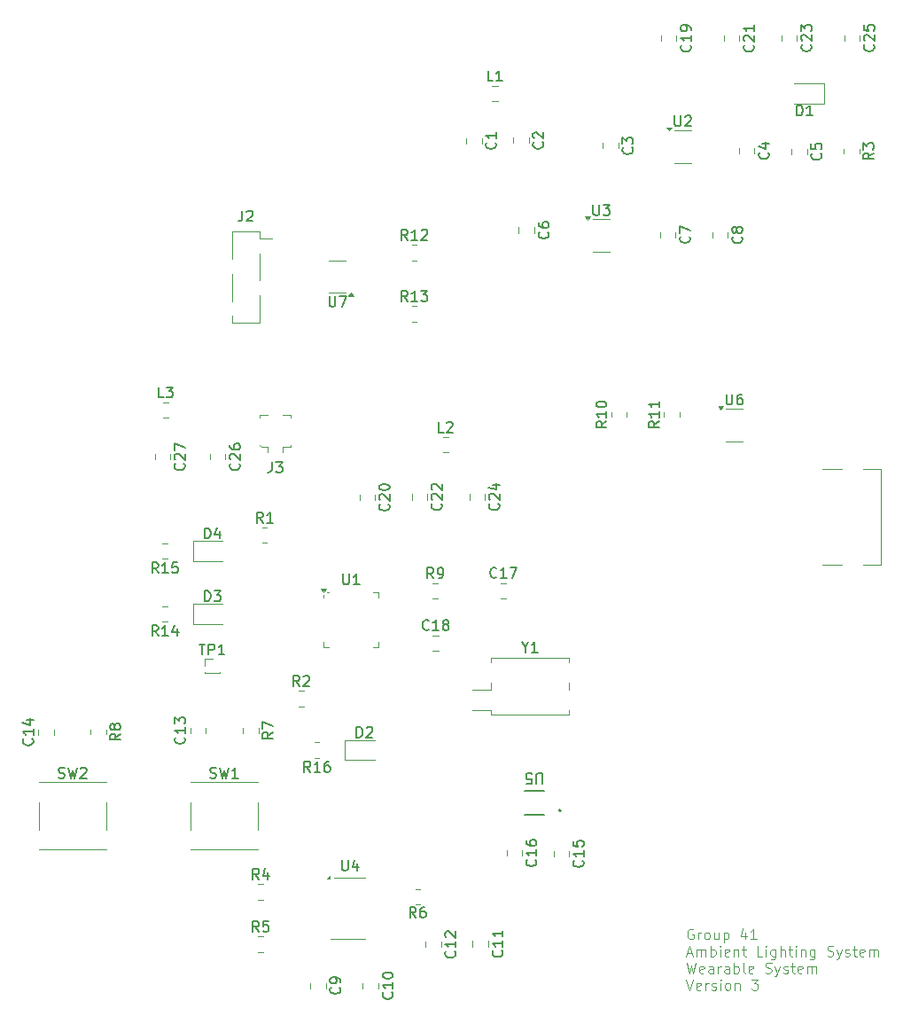
<source format=gbr>
%TF.GenerationSoftware,KiCad,Pcbnew,8.0.4*%
%TF.CreationDate,2024-11-14T17:56:15-06:00*%
%TF.ProjectId,wearablesystem,77656172-6162-46c6-9573-797374656d2e,rev?*%
%TF.SameCoordinates,Original*%
%TF.FileFunction,Legend,Top*%
%TF.FilePolarity,Positive*%
%FSLAX46Y46*%
G04 Gerber Fmt 4.6, Leading zero omitted, Abs format (unit mm)*
G04 Created by KiCad (PCBNEW 8.0.4) date 2024-11-14 17:56:15*
%MOMM*%
%LPD*%
G01*
G04 APERTURE LIST*
%ADD10C,0.100000*%
%ADD11C,0.150000*%
%ADD12C,0.120000*%
%ADD13C,0.152400*%
G04 APERTURE END LIST*
D10*
X104827693Y-108590206D02*
X104732455Y-108542587D01*
X104732455Y-108542587D02*
X104589598Y-108542587D01*
X104589598Y-108542587D02*
X104446741Y-108590206D01*
X104446741Y-108590206D02*
X104351503Y-108685444D01*
X104351503Y-108685444D02*
X104303884Y-108780682D01*
X104303884Y-108780682D02*
X104256265Y-108971158D01*
X104256265Y-108971158D02*
X104256265Y-109114015D01*
X104256265Y-109114015D02*
X104303884Y-109304491D01*
X104303884Y-109304491D02*
X104351503Y-109399729D01*
X104351503Y-109399729D02*
X104446741Y-109494968D01*
X104446741Y-109494968D02*
X104589598Y-109542587D01*
X104589598Y-109542587D02*
X104684836Y-109542587D01*
X104684836Y-109542587D02*
X104827693Y-109494968D01*
X104827693Y-109494968D02*
X104875312Y-109447348D01*
X104875312Y-109447348D02*
X104875312Y-109114015D01*
X104875312Y-109114015D02*
X104684836Y-109114015D01*
X105303884Y-109542587D02*
X105303884Y-108875920D01*
X105303884Y-109066396D02*
X105351503Y-108971158D01*
X105351503Y-108971158D02*
X105399122Y-108923539D01*
X105399122Y-108923539D02*
X105494360Y-108875920D01*
X105494360Y-108875920D02*
X105589598Y-108875920D01*
X106065789Y-109542587D02*
X105970551Y-109494968D01*
X105970551Y-109494968D02*
X105922932Y-109447348D01*
X105922932Y-109447348D02*
X105875313Y-109352110D01*
X105875313Y-109352110D02*
X105875313Y-109066396D01*
X105875313Y-109066396D02*
X105922932Y-108971158D01*
X105922932Y-108971158D02*
X105970551Y-108923539D01*
X105970551Y-108923539D02*
X106065789Y-108875920D01*
X106065789Y-108875920D02*
X106208646Y-108875920D01*
X106208646Y-108875920D02*
X106303884Y-108923539D01*
X106303884Y-108923539D02*
X106351503Y-108971158D01*
X106351503Y-108971158D02*
X106399122Y-109066396D01*
X106399122Y-109066396D02*
X106399122Y-109352110D01*
X106399122Y-109352110D02*
X106351503Y-109447348D01*
X106351503Y-109447348D02*
X106303884Y-109494968D01*
X106303884Y-109494968D02*
X106208646Y-109542587D01*
X106208646Y-109542587D02*
X106065789Y-109542587D01*
X107256265Y-108875920D02*
X107256265Y-109542587D01*
X106827694Y-108875920D02*
X106827694Y-109399729D01*
X106827694Y-109399729D02*
X106875313Y-109494968D01*
X106875313Y-109494968D02*
X106970551Y-109542587D01*
X106970551Y-109542587D02*
X107113408Y-109542587D01*
X107113408Y-109542587D02*
X107208646Y-109494968D01*
X107208646Y-109494968D02*
X107256265Y-109447348D01*
X107732456Y-108875920D02*
X107732456Y-109875920D01*
X107732456Y-108923539D02*
X107827694Y-108875920D01*
X107827694Y-108875920D02*
X108018170Y-108875920D01*
X108018170Y-108875920D02*
X108113408Y-108923539D01*
X108113408Y-108923539D02*
X108161027Y-108971158D01*
X108161027Y-108971158D02*
X108208646Y-109066396D01*
X108208646Y-109066396D02*
X108208646Y-109352110D01*
X108208646Y-109352110D02*
X108161027Y-109447348D01*
X108161027Y-109447348D02*
X108113408Y-109494968D01*
X108113408Y-109494968D02*
X108018170Y-109542587D01*
X108018170Y-109542587D02*
X107827694Y-109542587D01*
X107827694Y-109542587D02*
X107732456Y-109494968D01*
X109827694Y-108875920D02*
X109827694Y-109542587D01*
X109589599Y-108494968D02*
X109351504Y-109209253D01*
X109351504Y-109209253D02*
X109970551Y-109209253D01*
X110875313Y-109542587D02*
X110303885Y-109542587D01*
X110589599Y-109542587D02*
X110589599Y-108542587D01*
X110589599Y-108542587D02*
X110494361Y-108685444D01*
X110494361Y-108685444D02*
X110399123Y-108780682D01*
X110399123Y-108780682D02*
X110303885Y-108828301D01*
X104256265Y-110866816D02*
X104732455Y-110866816D01*
X104161027Y-111152531D02*
X104494360Y-110152531D01*
X104494360Y-110152531D02*
X104827693Y-111152531D01*
X105161027Y-111152531D02*
X105161027Y-110485864D01*
X105161027Y-110581102D02*
X105208646Y-110533483D01*
X105208646Y-110533483D02*
X105303884Y-110485864D01*
X105303884Y-110485864D02*
X105446741Y-110485864D01*
X105446741Y-110485864D02*
X105541979Y-110533483D01*
X105541979Y-110533483D02*
X105589598Y-110628721D01*
X105589598Y-110628721D02*
X105589598Y-111152531D01*
X105589598Y-110628721D02*
X105637217Y-110533483D01*
X105637217Y-110533483D02*
X105732455Y-110485864D01*
X105732455Y-110485864D02*
X105875312Y-110485864D01*
X105875312Y-110485864D02*
X105970551Y-110533483D01*
X105970551Y-110533483D02*
X106018170Y-110628721D01*
X106018170Y-110628721D02*
X106018170Y-111152531D01*
X106494360Y-111152531D02*
X106494360Y-110152531D01*
X106494360Y-110533483D02*
X106589598Y-110485864D01*
X106589598Y-110485864D02*
X106780074Y-110485864D01*
X106780074Y-110485864D02*
X106875312Y-110533483D01*
X106875312Y-110533483D02*
X106922931Y-110581102D01*
X106922931Y-110581102D02*
X106970550Y-110676340D01*
X106970550Y-110676340D02*
X106970550Y-110962054D01*
X106970550Y-110962054D02*
X106922931Y-111057292D01*
X106922931Y-111057292D02*
X106875312Y-111104912D01*
X106875312Y-111104912D02*
X106780074Y-111152531D01*
X106780074Y-111152531D02*
X106589598Y-111152531D01*
X106589598Y-111152531D02*
X106494360Y-111104912D01*
X107399122Y-111152531D02*
X107399122Y-110485864D01*
X107399122Y-110152531D02*
X107351503Y-110200150D01*
X107351503Y-110200150D02*
X107399122Y-110247769D01*
X107399122Y-110247769D02*
X107446741Y-110200150D01*
X107446741Y-110200150D02*
X107399122Y-110152531D01*
X107399122Y-110152531D02*
X107399122Y-110247769D01*
X108256264Y-111104912D02*
X108161026Y-111152531D01*
X108161026Y-111152531D02*
X107970550Y-111152531D01*
X107970550Y-111152531D02*
X107875312Y-111104912D01*
X107875312Y-111104912D02*
X107827693Y-111009673D01*
X107827693Y-111009673D02*
X107827693Y-110628721D01*
X107827693Y-110628721D02*
X107875312Y-110533483D01*
X107875312Y-110533483D02*
X107970550Y-110485864D01*
X107970550Y-110485864D02*
X108161026Y-110485864D01*
X108161026Y-110485864D02*
X108256264Y-110533483D01*
X108256264Y-110533483D02*
X108303883Y-110628721D01*
X108303883Y-110628721D02*
X108303883Y-110723959D01*
X108303883Y-110723959D02*
X107827693Y-110819197D01*
X108732455Y-110485864D02*
X108732455Y-111152531D01*
X108732455Y-110581102D02*
X108780074Y-110533483D01*
X108780074Y-110533483D02*
X108875312Y-110485864D01*
X108875312Y-110485864D02*
X109018169Y-110485864D01*
X109018169Y-110485864D02*
X109113407Y-110533483D01*
X109113407Y-110533483D02*
X109161026Y-110628721D01*
X109161026Y-110628721D02*
X109161026Y-111152531D01*
X109494360Y-110485864D02*
X109875312Y-110485864D01*
X109637217Y-110152531D02*
X109637217Y-111009673D01*
X109637217Y-111009673D02*
X109684836Y-111104912D01*
X109684836Y-111104912D02*
X109780074Y-111152531D01*
X109780074Y-111152531D02*
X109875312Y-111152531D01*
X111446741Y-111152531D02*
X110970551Y-111152531D01*
X110970551Y-111152531D02*
X110970551Y-110152531D01*
X111780075Y-111152531D02*
X111780075Y-110485864D01*
X111780075Y-110152531D02*
X111732456Y-110200150D01*
X111732456Y-110200150D02*
X111780075Y-110247769D01*
X111780075Y-110247769D02*
X111827694Y-110200150D01*
X111827694Y-110200150D02*
X111780075Y-110152531D01*
X111780075Y-110152531D02*
X111780075Y-110247769D01*
X112684836Y-110485864D02*
X112684836Y-111295388D01*
X112684836Y-111295388D02*
X112637217Y-111390626D01*
X112637217Y-111390626D02*
X112589598Y-111438245D01*
X112589598Y-111438245D02*
X112494360Y-111485864D01*
X112494360Y-111485864D02*
X112351503Y-111485864D01*
X112351503Y-111485864D02*
X112256265Y-111438245D01*
X112684836Y-111104912D02*
X112589598Y-111152531D01*
X112589598Y-111152531D02*
X112399122Y-111152531D01*
X112399122Y-111152531D02*
X112303884Y-111104912D01*
X112303884Y-111104912D02*
X112256265Y-111057292D01*
X112256265Y-111057292D02*
X112208646Y-110962054D01*
X112208646Y-110962054D02*
X112208646Y-110676340D01*
X112208646Y-110676340D02*
X112256265Y-110581102D01*
X112256265Y-110581102D02*
X112303884Y-110533483D01*
X112303884Y-110533483D02*
X112399122Y-110485864D01*
X112399122Y-110485864D02*
X112589598Y-110485864D01*
X112589598Y-110485864D02*
X112684836Y-110533483D01*
X113161027Y-111152531D02*
X113161027Y-110152531D01*
X113589598Y-111152531D02*
X113589598Y-110628721D01*
X113589598Y-110628721D02*
X113541979Y-110533483D01*
X113541979Y-110533483D02*
X113446741Y-110485864D01*
X113446741Y-110485864D02*
X113303884Y-110485864D01*
X113303884Y-110485864D02*
X113208646Y-110533483D01*
X113208646Y-110533483D02*
X113161027Y-110581102D01*
X113922932Y-110485864D02*
X114303884Y-110485864D01*
X114065789Y-110152531D02*
X114065789Y-111009673D01*
X114065789Y-111009673D02*
X114113408Y-111104912D01*
X114113408Y-111104912D02*
X114208646Y-111152531D01*
X114208646Y-111152531D02*
X114303884Y-111152531D01*
X114637218Y-111152531D02*
X114637218Y-110485864D01*
X114637218Y-110152531D02*
X114589599Y-110200150D01*
X114589599Y-110200150D02*
X114637218Y-110247769D01*
X114637218Y-110247769D02*
X114684837Y-110200150D01*
X114684837Y-110200150D02*
X114637218Y-110152531D01*
X114637218Y-110152531D02*
X114637218Y-110247769D01*
X115113408Y-110485864D02*
X115113408Y-111152531D01*
X115113408Y-110581102D02*
X115161027Y-110533483D01*
X115161027Y-110533483D02*
X115256265Y-110485864D01*
X115256265Y-110485864D02*
X115399122Y-110485864D01*
X115399122Y-110485864D02*
X115494360Y-110533483D01*
X115494360Y-110533483D02*
X115541979Y-110628721D01*
X115541979Y-110628721D02*
X115541979Y-111152531D01*
X116446741Y-110485864D02*
X116446741Y-111295388D01*
X116446741Y-111295388D02*
X116399122Y-111390626D01*
X116399122Y-111390626D02*
X116351503Y-111438245D01*
X116351503Y-111438245D02*
X116256265Y-111485864D01*
X116256265Y-111485864D02*
X116113408Y-111485864D01*
X116113408Y-111485864D02*
X116018170Y-111438245D01*
X116446741Y-111104912D02*
X116351503Y-111152531D01*
X116351503Y-111152531D02*
X116161027Y-111152531D01*
X116161027Y-111152531D02*
X116065789Y-111104912D01*
X116065789Y-111104912D02*
X116018170Y-111057292D01*
X116018170Y-111057292D02*
X115970551Y-110962054D01*
X115970551Y-110962054D02*
X115970551Y-110676340D01*
X115970551Y-110676340D02*
X116018170Y-110581102D01*
X116018170Y-110581102D02*
X116065789Y-110533483D01*
X116065789Y-110533483D02*
X116161027Y-110485864D01*
X116161027Y-110485864D02*
X116351503Y-110485864D01*
X116351503Y-110485864D02*
X116446741Y-110533483D01*
X117637218Y-111104912D02*
X117780075Y-111152531D01*
X117780075Y-111152531D02*
X118018170Y-111152531D01*
X118018170Y-111152531D02*
X118113408Y-111104912D01*
X118113408Y-111104912D02*
X118161027Y-111057292D01*
X118161027Y-111057292D02*
X118208646Y-110962054D01*
X118208646Y-110962054D02*
X118208646Y-110866816D01*
X118208646Y-110866816D02*
X118161027Y-110771578D01*
X118161027Y-110771578D02*
X118113408Y-110723959D01*
X118113408Y-110723959D02*
X118018170Y-110676340D01*
X118018170Y-110676340D02*
X117827694Y-110628721D01*
X117827694Y-110628721D02*
X117732456Y-110581102D01*
X117732456Y-110581102D02*
X117684837Y-110533483D01*
X117684837Y-110533483D02*
X117637218Y-110438245D01*
X117637218Y-110438245D02*
X117637218Y-110343007D01*
X117637218Y-110343007D02*
X117684837Y-110247769D01*
X117684837Y-110247769D02*
X117732456Y-110200150D01*
X117732456Y-110200150D02*
X117827694Y-110152531D01*
X117827694Y-110152531D02*
X118065789Y-110152531D01*
X118065789Y-110152531D02*
X118208646Y-110200150D01*
X118541980Y-110485864D02*
X118780075Y-111152531D01*
X119018170Y-110485864D02*
X118780075Y-111152531D01*
X118780075Y-111152531D02*
X118684837Y-111390626D01*
X118684837Y-111390626D02*
X118637218Y-111438245D01*
X118637218Y-111438245D02*
X118541980Y-111485864D01*
X119351504Y-111104912D02*
X119446742Y-111152531D01*
X119446742Y-111152531D02*
X119637218Y-111152531D01*
X119637218Y-111152531D02*
X119732456Y-111104912D01*
X119732456Y-111104912D02*
X119780075Y-111009673D01*
X119780075Y-111009673D02*
X119780075Y-110962054D01*
X119780075Y-110962054D02*
X119732456Y-110866816D01*
X119732456Y-110866816D02*
X119637218Y-110819197D01*
X119637218Y-110819197D02*
X119494361Y-110819197D01*
X119494361Y-110819197D02*
X119399123Y-110771578D01*
X119399123Y-110771578D02*
X119351504Y-110676340D01*
X119351504Y-110676340D02*
X119351504Y-110628721D01*
X119351504Y-110628721D02*
X119399123Y-110533483D01*
X119399123Y-110533483D02*
X119494361Y-110485864D01*
X119494361Y-110485864D02*
X119637218Y-110485864D01*
X119637218Y-110485864D02*
X119732456Y-110533483D01*
X120065790Y-110485864D02*
X120446742Y-110485864D01*
X120208647Y-110152531D02*
X120208647Y-111009673D01*
X120208647Y-111009673D02*
X120256266Y-111104912D01*
X120256266Y-111104912D02*
X120351504Y-111152531D01*
X120351504Y-111152531D02*
X120446742Y-111152531D01*
X121161028Y-111104912D02*
X121065790Y-111152531D01*
X121065790Y-111152531D02*
X120875314Y-111152531D01*
X120875314Y-111152531D02*
X120780076Y-111104912D01*
X120780076Y-111104912D02*
X120732457Y-111009673D01*
X120732457Y-111009673D02*
X120732457Y-110628721D01*
X120732457Y-110628721D02*
X120780076Y-110533483D01*
X120780076Y-110533483D02*
X120875314Y-110485864D01*
X120875314Y-110485864D02*
X121065790Y-110485864D01*
X121065790Y-110485864D02*
X121161028Y-110533483D01*
X121161028Y-110533483D02*
X121208647Y-110628721D01*
X121208647Y-110628721D02*
X121208647Y-110723959D01*
X121208647Y-110723959D02*
X120732457Y-110819197D01*
X121637219Y-111152531D02*
X121637219Y-110485864D01*
X121637219Y-110581102D02*
X121684838Y-110533483D01*
X121684838Y-110533483D02*
X121780076Y-110485864D01*
X121780076Y-110485864D02*
X121922933Y-110485864D01*
X121922933Y-110485864D02*
X122018171Y-110533483D01*
X122018171Y-110533483D02*
X122065790Y-110628721D01*
X122065790Y-110628721D02*
X122065790Y-111152531D01*
X122065790Y-110628721D02*
X122113409Y-110533483D01*
X122113409Y-110533483D02*
X122208647Y-110485864D01*
X122208647Y-110485864D02*
X122351504Y-110485864D01*
X122351504Y-110485864D02*
X122446743Y-110533483D01*
X122446743Y-110533483D02*
X122494362Y-110628721D01*
X122494362Y-110628721D02*
X122494362Y-111152531D01*
X104208646Y-111762475D02*
X104446741Y-112762475D01*
X104446741Y-112762475D02*
X104637217Y-112048189D01*
X104637217Y-112048189D02*
X104827693Y-112762475D01*
X104827693Y-112762475D02*
X105065789Y-111762475D01*
X105827693Y-112714856D02*
X105732455Y-112762475D01*
X105732455Y-112762475D02*
X105541979Y-112762475D01*
X105541979Y-112762475D02*
X105446741Y-112714856D01*
X105446741Y-112714856D02*
X105399122Y-112619617D01*
X105399122Y-112619617D02*
X105399122Y-112238665D01*
X105399122Y-112238665D02*
X105446741Y-112143427D01*
X105446741Y-112143427D02*
X105541979Y-112095808D01*
X105541979Y-112095808D02*
X105732455Y-112095808D01*
X105732455Y-112095808D02*
X105827693Y-112143427D01*
X105827693Y-112143427D02*
X105875312Y-112238665D01*
X105875312Y-112238665D02*
X105875312Y-112333903D01*
X105875312Y-112333903D02*
X105399122Y-112429141D01*
X106732455Y-112762475D02*
X106732455Y-112238665D01*
X106732455Y-112238665D02*
X106684836Y-112143427D01*
X106684836Y-112143427D02*
X106589598Y-112095808D01*
X106589598Y-112095808D02*
X106399122Y-112095808D01*
X106399122Y-112095808D02*
X106303884Y-112143427D01*
X106732455Y-112714856D02*
X106637217Y-112762475D01*
X106637217Y-112762475D02*
X106399122Y-112762475D01*
X106399122Y-112762475D02*
X106303884Y-112714856D01*
X106303884Y-112714856D02*
X106256265Y-112619617D01*
X106256265Y-112619617D02*
X106256265Y-112524379D01*
X106256265Y-112524379D02*
X106303884Y-112429141D01*
X106303884Y-112429141D02*
X106399122Y-112381522D01*
X106399122Y-112381522D02*
X106637217Y-112381522D01*
X106637217Y-112381522D02*
X106732455Y-112333903D01*
X107208646Y-112762475D02*
X107208646Y-112095808D01*
X107208646Y-112286284D02*
X107256265Y-112191046D01*
X107256265Y-112191046D02*
X107303884Y-112143427D01*
X107303884Y-112143427D02*
X107399122Y-112095808D01*
X107399122Y-112095808D02*
X107494360Y-112095808D01*
X108256265Y-112762475D02*
X108256265Y-112238665D01*
X108256265Y-112238665D02*
X108208646Y-112143427D01*
X108208646Y-112143427D02*
X108113408Y-112095808D01*
X108113408Y-112095808D02*
X107922932Y-112095808D01*
X107922932Y-112095808D02*
X107827694Y-112143427D01*
X108256265Y-112714856D02*
X108161027Y-112762475D01*
X108161027Y-112762475D02*
X107922932Y-112762475D01*
X107922932Y-112762475D02*
X107827694Y-112714856D01*
X107827694Y-112714856D02*
X107780075Y-112619617D01*
X107780075Y-112619617D02*
X107780075Y-112524379D01*
X107780075Y-112524379D02*
X107827694Y-112429141D01*
X107827694Y-112429141D02*
X107922932Y-112381522D01*
X107922932Y-112381522D02*
X108161027Y-112381522D01*
X108161027Y-112381522D02*
X108256265Y-112333903D01*
X108732456Y-112762475D02*
X108732456Y-111762475D01*
X108732456Y-112143427D02*
X108827694Y-112095808D01*
X108827694Y-112095808D02*
X109018170Y-112095808D01*
X109018170Y-112095808D02*
X109113408Y-112143427D01*
X109113408Y-112143427D02*
X109161027Y-112191046D01*
X109161027Y-112191046D02*
X109208646Y-112286284D01*
X109208646Y-112286284D02*
X109208646Y-112571998D01*
X109208646Y-112571998D02*
X109161027Y-112667236D01*
X109161027Y-112667236D02*
X109113408Y-112714856D01*
X109113408Y-112714856D02*
X109018170Y-112762475D01*
X109018170Y-112762475D02*
X108827694Y-112762475D01*
X108827694Y-112762475D02*
X108732456Y-112714856D01*
X109780075Y-112762475D02*
X109684837Y-112714856D01*
X109684837Y-112714856D02*
X109637218Y-112619617D01*
X109637218Y-112619617D02*
X109637218Y-111762475D01*
X110541980Y-112714856D02*
X110446742Y-112762475D01*
X110446742Y-112762475D02*
X110256266Y-112762475D01*
X110256266Y-112762475D02*
X110161028Y-112714856D01*
X110161028Y-112714856D02*
X110113409Y-112619617D01*
X110113409Y-112619617D02*
X110113409Y-112238665D01*
X110113409Y-112238665D02*
X110161028Y-112143427D01*
X110161028Y-112143427D02*
X110256266Y-112095808D01*
X110256266Y-112095808D02*
X110446742Y-112095808D01*
X110446742Y-112095808D02*
X110541980Y-112143427D01*
X110541980Y-112143427D02*
X110589599Y-112238665D01*
X110589599Y-112238665D02*
X110589599Y-112333903D01*
X110589599Y-112333903D02*
X110113409Y-112429141D01*
X111732457Y-112714856D02*
X111875314Y-112762475D01*
X111875314Y-112762475D02*
X112113409Y-112762475D01*
X112113409Y-112762475D02*
X112208647Y-112714856D01*
X112208647Y-112714856D02*
X112256266Y-112667236D01*
X112256266Y-112667236D02*
X112303885Y-112571998D01*
X112303885Y-112571998D02*
X112303885Y-112476760D01*
X112303885Y-112476760D02*
X112256266Y-112381522D01*
X112256266Y-112381522D02*
X112208647Y-112333903D01*
X112208647Y-112333903D02*
X112113409Y-112286284D01*
X112113409Y-112286284D02*
X111922933Y-112238665D01*
X111922933Y-112238665D02*
X111827695Y-112191046D01*
X111827695Y-112191046D02*
X111780076Y-112143427D01*
X111780076Y-112143427D02*
X111732457Y-112048189D01*
X111732457Y-112048189D02*
X111732457Y-111952951D01*
X111732457Y-111952951D02*
X111780076Y-111857713D01*
X111780076Y-111857713D02*
X111827695Y-111810094D01*
X111827695Y-111810094D02*
X111922933Y-111762475D01*
X111922933Y-111762475D02*
X112161028Y-111762475D01*
X112161028Y-111762475D02*
X112303885Y-111810094D01*
X112637219Y-112095808D02*
X112875314Y-112762475D01*
X113113409Y-112095808D02*
X112875314Y-112762475D01*
X112875314Y-112762475D02*
X112780076Y-113000570D01*
X112780076Y-113000570D02*
X112732457Y-113048189D01*
X112732457Y-113048189D02*
X112637219Y-113095808D01*
X113446743Y-112714856D02*
X113541981Y-112762475D01*
X113541981Y-112762475D02*
X113732457Y-112762475D01*
X113732457Y-112762475D02*
X113827695Y-112714856D01*
X113827695Y-112714856D02*
X113875314Y-112619617D01*
X113875314Y-112619617D02*
X113875314Y-112571998D01*
X113875314Y-112571998D02*
X113827695Y-112476760D01*
X113827695Y-112476760D02*
X113732457Y-112429141D01*
X113732457Y-112429141D02*
X113589600Y-112429141D01*
X113589600Y-112429141D02*
X113494362Y-112381522D01*
X113494362Y-112381522D02*
X113446743Y-112286284D01*
X113446743Y-112286284D02*
X113446743Y-112238665D01*
X113446743Y-112238665D02*
X113494362Y-112143427D01*
X113494362Y-112143427D02*
X113589600Y-112095808D01*
X113589600Y-112095808D02*
X113732457Y-112095808D01*
X113732457Y-112095808D02*
X113827695Y-112143427D01*
X114161029Y-112095808D02*
X114541981Y-112095808D01*
X114303886Y-111762475D02*
X114303886Y-112619617D01*
X114303886Y-112619617D02*
X114351505Y-112714856D01*
X114351505Y-112714856D02*
X114446743Y-112762475D01*
X114446743Y-112762475D02*
X114541981Y-112762475D01*
X115256267Y-112714856D02*
X115161029Y-112762475D01*
X115161029Y-112762475D02*
X114970553Y-112762475D01*
X114970553Y-112762475D02*
X114875315Y-112714856D01*
X114875315Y-112714856D02*
X114827696Y-112619617D01*
X114827696Y-112619617D02*
X114827696Y-112238665D01*
X114827696Y-112238665D02*
X114875315Y-112143427D01*
X114875315Y-112143427D02*
X114970553Y-112095808D01*
X114970553Y-112095808D02*
X115161029Y-112095808D01*
X115161029Y-112095808D02*
X115256267Y-112143427D01*
X115256267Y-112143427D02*
X115303886Y-112238665D01*
X115303886Y-112238665D02*
X115303886Y-112333903D01*
X115303886Y-112333903D02*
X114827696Y-112429141D01*
X115732458Y-112762475D02*
X115732458Y-112095808D01*
X115732458Y-112191046D02*
X115780077Y-112143427D01*
X115780077Y-112143427D02*
X115875315Y-112095808D01*
X115875315Y-112095808D02*
X116018172Y-112095808D01*
X116018172Y-112095808D02*
X116113410Y-112143427D01*
X116113410Y-112143427D02*
X116161029Y-112238665D01*
X116161029Y-112238665D02*
X116161029Y-112762475D01*
X116161029Y-112238665D02*
X116208648Y-112143427D01*
X116208648Y-112143427D02*
X116303886Y-112095808D01*
X116303886Y-112095808D02*
X116446743Y-112095808D01*
X116446743Y-112095808D02*
X116541982Y-112143427D01*
X116541982Y-112143427D02*
X116589601Y-112238665D01*
X116589601Y-112238665D02*
X116589601Y-112762475D01*
X104161027Y-113372419D02*
X104494360Y-114372419D01*
X104494360Y-114372419D02*
X104827693Y-113372419D01*
X105541979Y-114324800D02*
X105446741Y-114372419D01*
X105446741Y-114372419D02*
X105256265Y-114372419D01*
X105256265Y-114372419D02*
X105161027Y-114324800D01*
X105161027Y-114324800D02*
X105113408Y-114229561D01*
X105113408Y-114229561D02*
X105113408Y-113848609D01*
X105113408Y-113848609D02*
X105161027Y-113753371D01*
X105161027Y-113753371D02*
X105256265Y-113705752D01*
X105256265Y-113705752D02*
X105446741Y-113705752D01*
X105446741Y-113705752D02*
X105541979Y-113753371D01*
X105541979Y-113753371D02*
X105589598Y-113848609D01*
X105589598Y-113848609D02*
X105589598Y-113943847D01*
X105589598Y-113943847D02*
X105113408Y-114039085D01*
X106018170Y-114372419D02*
X106018170Y-113705752D01*
X106018170Y-113896228D02*
X106065789Y-113800990D01*
X106065789Y-113800990D02*
X106113408Y-113753371D01*
X106113408Y-113753371D02*
X106208646Y-113705752D01*
X106208646Y-113705752D02*
X106303884Y-113705752D01*
X106589599Y-114324800D02*
X106684837Y-114372419D01*
X106684837Y-114372419D02*
X106875313Y-114372419D01*
X106875313Y-114372419D02*
X106970551Y-114324800D01*
X106970551Y-114324800D02*
X107018170Y-114229561D01*
X107018170Y-114229561D02*
X107018170Y-114181942D01*
X107018170Y-114181942D02*
X106970551Y-114086704D01*
X106970551Y-114086704D02*
X106875313Y-114039085D01*
X106875313Y-114039085D02*
X106732456Y-114039085D01*
X106732456Y-114039085D02*
X106637218Y-113991466D01*
X106637218Y-113991466D02*
X106589599Y-113896228D01*
X106589599Y-113896228D02*
X106589599Y-113848609D01*
X106589599Y-113848609D02*
X106637218Y-113753371D01*
X106637218Y-113753371D02*
X106732456Y-113705752D01*
X106732456Y-113705752D02*
X106875313Y-113705752D01*
X106875313Y-113705752D02*
X106970551Y-113753371D01*
X107446742Y-114372419D02*
X107446742Y-113705752D01*
X107446742Y-113372419D02*
X107399123Y-113420038D01*
X107399123Y-113420038D02*
X107446742Y-113467657D01*
X107446742Y-113467657D02*
X107494361Y-113420038D01*
X107494361Y-113420038D02*
X107446742Y-113372419D01*
X107446742Y-113372419D02*
X107446742Y-113467657D01*
X108065789Y-114372419D02*
X107970551Y-114324800D01*
X107970551Y-114324800D02*
X107922932Y-114277180D01*
X107922932Y-114277180D02*
X107875313Y-114181942D01*
X107875313Y-114181942D02*
X107875313Y-113896228D01*
X107875313Y-113896228D02*
X107922932Y-113800990D01*
X107922932Y-113800990D02*
X107970551Y-113753371D01*
X107970551Y-113753371D02*
X108065789Y-113705752D01*
X108065789Y-113705752D02*
X108208646Y-113705752D01*
X108208646Y-113705752D02*
X108303884Y-113753371D01*
X108303884Y-113753371D02*
X108351503Y-113800990D01*
X108351503Y-113800990D02*
X108399122Y-113896228D01*
X108399122Y-113896228D02*
X108399122Y-114181942D01*
X108399122Y-114181942D02*
X108351503Y-114277180D01*
X108351503Y-114277180D02*
X108303884Y-114324800D01*
X108303884Y-114324800D02*
X108208646Y-114372419D01*
X108208646Y-114372419D02*
X108065789Y-114372419D01*
X108827694Y-113705752D02*
X108827694Y-114372419D01*
X108827694Y-113800990D02*
X108875313Y-113753371D01*
X108875313Y-113753371D02*
X108970551Y-113705752D01*
X108970551Y-113705752D02*
X109113408Y-113705752D01*
X109113408Y-113705752D02*
X109208646Y-113753371D01*
X109208646Y-113753371D02*
X109256265Y-113848609D01*
X109256265Y-113848609D02*
X109256265Y-114372419D01*
X110399123Y-113372419D02*
X111018170Y-113372419D01*
X111018170Y-113372419D02*
X110684837Y-113753371D01*
X110684837Y-113753371D02*
X110827694Y-113753371D01*
X110827694Y-113753371D02*
X110922932Y-113800990D01*
X110922932Y-113800990D02*
X110970551Y-113848609D01*
X110970551Y-113848609D02*
X111018170Y-113943847D01*
X111018170Y-113943847D02*
X111018170Y-114181942D01*
X111018170Y-114181942D02*
X110970551Y-114277180D01*
X110970551Y-114277180D02*
X110922932Y-114324800D01*
X110922932Y-114324800D02*
X110827694Y-114372419D01*
X110827694Y-114372419D02*
X110541980Y-114372419D01*
X110541980Y-114372419D02*
X110446742Y-114324800D01*
X110446742Y-114324800D02*
X110399123Y-114277180D01*
D11*
X41679580Y-90392857D02*
X41727200Y-90440476D01*
X41727200Y-90440476D02*
X41774819Y-90583333D01*
X41774819Y-90583333D02*
X41774819Y-90678571D01*
X41774819Y-90678571D02*
X41727200Y-90821428D01*
X41727200Y-90821428D02*
X41631961Y-90916666D01*
X41631961Y-90916666D02*
X41536723Y-90964285D01*
X41536723Y-90964285D02*
X41346247Y-91011904D01*
X41346247Y-91011904D02*
X41203390Y-91011904D01*
X41203390Y-91011904D02*
X41012914Y-90964285D01*
X41012914Y-90964285D02*
X40917676Y-90916666D01*
X40917676Y-90916666D02*
X40822438Y-90821428D01*
X40822438Y-90821428D02*
X40774819Y-90678571D01*
X40774819Y-90678571D02*
X40774819Y-90583333D01*
X40774819Y-90583333D02*
X40822438Y-90440476D01*
X40822438Y-90440476D02*
X40870057Y-90392857D01*
X41774819Y-89440476D02*
X41774819Y-90011904D01*
X41774819Y-89726190D02*
X40774819Y-89726190D01*
X40774819Y-89726190D02*
X40917676Y-89821428D01*
X40917676Y-89821428D02*
X41012914Y-89916666D01*
X41012914Y-89916666D02*
X41060533Y-90011904D01*
X41108152Y-88583333D02*
X41774819Y-88583333D01*
X40727200Y-88821428D02*
X41441485Y-89059523D01*
X41441485Y-89059523D02*
X41441485Y-88440476D01*
X71039580Y-114129166D02*
X71087200Y-114176785D01*
X71087200Y-114176785D02*
X71134819Y-114319642D01*
X71134819Y-114319642D02*
X71134819Y-114414880D01*
X71134819Y-114414880D02*
X71087200Y-114557737D01*
X71087200Y-114557737D02*
X70991961Y-114652975D01*
X70991961Y-114652975D02*
X70896723Y-114700594D01*
X70896723Y-114700594D02*
X70706247Y-114748213D01*
X70706247Y-114748213D02*
X70563390Y-114748213D01*
X70563390Y-114748213D02*
X70372914Y-114700594D01*
X70372914Y-114700594D02*
X70277676Y-114652975D01*
X70277676Y-114652975D02*
X70182438Y-114557737D01*
X70182438Y-114557737D02*
X70134819Y-114414880D01*
X70134819Y-114414880D02*
X70134819Y-114319642D01*
X70134819Y-114319642D02*
X70182438Y-114176785D01*
X70182438Y-114176785D02*
X70230057Y-114129166D01*
X71134819Y-113652975D02*
X71134819Y-113462499D01*
X71134819Y-113462499D02*
X71087200Y-113367261D01*
X71087200Y-113367261D02*
X71039580Y-113319642D01*
X71039580Y-113319642D02*
X70896723Y-113224404D01*
X70896723Y-113224404D02*
X70706247Y-113176785D01*
X70706247Y-113176785D02*
X70325295Y-113176785D01*
X70325295Y-113176785D02*
X70230057Y-113224404D01*
X70230057Y-113224404D02*
X70182438Y-113272023D01*
X70182438Y-113272023D02*
X70134819Y-113367261D01*
X70134819Y-113367261D02*
X70134819Y-113557737D01*
X70134819Y-113557737D02*
X70182438Y-113652975D01*
X70182438Y-113652975D02*
X70230057Y-113700594D01*
X70230057Y-113700594D02*
X70325295Y-113748213D01*
X70325295Y-113748213D02*
X70563390Y-113748213D01*
X70563390Y-113748213D02*
X70658628Y-113700594D01*
X70658628Y-113700594D02*
X70706247Y-113652975D01*
X70706247Y-113652975D02*
X70753866Y-113557737D01*
X70753866Y-113557737D02*
X70753866Y-113367261D01*
X70753866Y-113367261D02*
X70706247Y-113272023D01*
X70706247Y-113272023D02*
X70658628Y-113224404D01*
X70658628Y-113224404D02*
X70563390Y-113176785D01*
X90938330Y-41984166D02*
X90985950Y-42031785D01*
X90985950Y-42031785D02*
X91033569Y-42174642D01*
X91033569Y-42174642D02*
X91033569Y-42269880D01*
X91033569Y-42269880D02*
X90985950Y-42412737D01*
X90985950Y-42412737D02*
X90890711Y-42507975D01*
X90890711Y-42507975D02*
X90795473Y-42555594D01*
X90795473Y-42555594D02*
X90604997Y-42603213D01*
X90604997Y-42603213D02*
X90462140Y-42603213D01*
X90462140Y-42603213D02*
X90271664Y-42555594D01*
X90271664Y-42555594D02*
X90176426Y-42507975D01*
X90176426Y-42507975D02*
X90081188Y-42412737D01*
X90081188Y-42412737D02*
X90033569Y-42269880D01*
X90033569Y-42269880D02*
X90033569Y-42174642D01*
X90033569Y-42174642D02*
X90081188Y-42031785D01*
X90081188Y-42031785D02*
X90128807Y-41984166D01*
X90033569Y-41127023D02*
X90033569Y-41317499D01*
X90033569Y-41317499D02*
X90081188Y-41412737D01*
X90081188Y-41412737D02*
X90128807Y-41460356D01*
X90128807Y-41460356D02*
X90271664Y-41555594D01*
X90271664Y-41555594D02*
X90462140Y-41603213D01*
X90462140Y-41603213D02*
X90843092Y-41603213D01*
X90843092Y-41603213D02*
X90938330Y-41555594D01*
X90938330Y-41555594D02*
X90985950Y-41507975D01*
X90985950Y-41507975D02*
X91033569Y-41412737D01*
X91033569Y-41412737D02*
X91033569Y-41222261D01*
X91033569Y-41222261D02*
X90985950Y-41127023D01*
X90985950Y-41127023D02*
X90938330Y-41079404D01*
X90938330Y-41079404D02*
X90843092Y-41031785D01*
X90843092Y-41031785D02*
X90604997Y-41031785D01*
X90604997Y-41031785D02*
X90509759Y-41079404D01*
X90509759Y-41079404D02*
X90462140Y-41127023D01*
X90462140Y-41127023D02*
X90414521Y-41222261D01*
X90414521Y-41222261D02*
X90414521Y-41412737D01*
X90414521Y-41412737D02*
X90462140Y-41507975D01*
X90462140Y-41507975D02*
X90509759Y-41555594D01*
X90509759Y-41555594D02*
X90604997Y-41603213D01*
X103055595Y-30884819D02*
X103055595Y-31694342D01*
X103055595Y-31694342D02*
X103103214Y-31789580D01*
X103103214Y-31789580D02*
X103150833Y-31837200D01*
X103150833Y-31837200D02*
X103246071Y-31884819D01*
X103246071Y-31884819D02*
X103436547Y-31884819D01*
X103436547Y-31884819D02*
X103531785Y-31837200D01*
X103531785Y-31837200D02*
X103579404Y-31789580D01*
X103579404Y-31789580D02*
X103627023Y-31694342D01*
X103627023Y-31694342D02*
X103627023Y-30884819D01*
X104055595Y-30980057D02*
X104103214Y-30932438D01*
X104103214Y-30932438D02*
X104198452Y-30884819D01*
X104198452Y-30884819D02*
X104436547Y-30884819D01*
X104436547Y-30884819D02*
X104531785Y-30932438D01*
X104531785Y-30932438D02*
X104579404Y-30980057D01*
X104579404Y-30980057D02*
X104627023Y-31075295D01*
X104627023Y-31075295D02*
X104627023Y-31170533D01*
X104627023Y-31170533D02*
X104579404Y-31313390D01*
X104579404Y-31313390D02*
X104007976Y-31884819D01*
X104007976Y-31884819D02*
X104627023Y-31884819D01*
X80719580Y-67935357D02*
X80767200Y-67982976D01*
X80767200Y-67982976D02*
X80814819Y-68125833D01*
X80814819Y-68125833D02*
X80814819Y-68221071D01*
X80814819Y-68221071D02*
X80767200Y-68363928D01*
X80767200Y-68363928D02*
X80671961Y-68459166D01*
X80671961Y-68459166D02*
X80576723Y-68506785D01*
X80576723Y-68506785D02*
X80386247Y-68554404D01*
X80386247Y-68554404D02*
X80243390Y-68554404D01*
X80243390Y-68554404D02*
X80052914Y-68506785D01*
X80052914Y-68506785D02*
X79957676Y-68459166D01*
X79957676Y-68459166D02*
X79862438Y-68363928D01*
X79862438Y-68363928D02*
X79814819Y-68221071D01*
X79814819Y-68221071D02*
X79814819Y-68125833D01*
X79814819Y-68125833D02*
X79862438Y-67982976D01*
X79862438Y-67982976D02*
X79910057Y-67935357D01*
X79910057Y-67554404D02*
X79862438Y-67506785D01*
X79862438Y-67506785D02*
X79814819Y-67411547D01*
X79814819Y-67411547D02*
X79814819Y-67173452D01*
X79814819Y-67173452D02*
X79862438Y-67078214D01*
X79862438Y-67078214D02*
X79910057Y-67030595D01*
X79910057Y-67030595D02*
X80005295Y-66982976D01*
X80005295Y-66982976D02*
X80100533Y-66982976D01*
X80100533Y-66982976D02*
X80243390Y-67030595D01*
X80243390Y-67030595D02*
X80814819Y-67602023D01*
X80814819Y-67602023D02*
X80814819Y-66982976D01*
X79910057Y-66602023D02*
X79862438Y-66554404D01*
X79862438Y-66554404D02*
X79814819Y-66459166D01*
X79814819Y-66459166D02*
X79814819Y-66221071D01*
X79814819Y-66221071D02*
X79862438Y-66125833D01*
X79862438Y-66125833D02*
X79910057Y-66078214D01*
X79910057Y-66078214D02*
X80005295Y-66030595D01*
X80005295Y-66030595D02*
X80100533Y-66030595D01*
X80100533Y-66030595D02*
X80243390Y-66078214D01*
X80243390Y-66078214D02*
X80814819Y-66649642D01*
X80814819Y-66649642D02*
X80814819Y-66030595D01*
X104539580Y-24142857D02*
X104587200Y-24190476D01*
X104587200Y-24190476D02*
X104634819Y-24333333D01*
X104634819Y-24333333D02*
X104634819Y-24428571D01*
X104634819Y-24428571D02*
X104587200Y-24571428D01*
X104587200Y-24571428D02*
X104491961Y-24666666D01*
X104491961Y-24666666D02*
X104396723Y-24714285D01*
X104396723Y-24714285D02*
X104206247Y-24761904D01*
X104206247Y-24761904D02*
X104063390Y-24761904D01*
X104063390Y-24761904D02*
X103872914Y-24714285D01*
X103872914Y-24714285D02*
X103777676Y-24666666D01*
X103777676Y-24666666D02*
X103682438Y-24571428D01*
X103682438Y-24571428D02*
X103634819Y-24428571D01*
X103634819Y-24428571D02*
X103634819Y-24333333D01*
X103634819Y-24333333D02*
X103682438Y-24190476D01*
X103682438Y-24190476D02*
X103730057Y-24142857D01*
X104634819Y-23190476D02*
X104634819Y-23761904D01*
X104634819Y-23476190D02*
X103634819Y-23476190D01*
X103634819Y-23476190D02*
X103777676Y-23571428D01*
X103777676Y-23571428D02*
X103872914Y-23666666D01*
X103872914Y-23666666D02*
X103920533Y-23761904D01*
X104634819Y-22714285D02*
X104634819Y-22523809D01*
X104634819Y-22523809D02*
X104587200Y-22428571D01*
X104587200Y-22428571D02*
X104539580Y-22380952D01*
X104539580Y-22380952D02*
X104396723Y-22285714D01*
X104396723Y-22285714D02*
X104206247Y-22238095D01*
X104206247Y-22238095D02*
X103825295Y-22238095D01*
X103825295Y-22238095D02*
X103730057Y-22285714D01*
X103730057Y-22285714D02*
X103682438Y-22333333D01*
X103682438Y-22333333D02*
X103634819Y-22428571D01*
X103634819Y-22428571D02*
X103634819Y-22619047D01*
X103634819Y-22619047D02*
X103682438Y-22714285D01*
X103682438Y-22714285D02*
X103730057Y-22761904D01*
X103730057Y-22761904D02*
X103825295Y-22809523D01*
X103825295Y-22809523D02*
X104063390Y-22809523D01*
X104063390Y-22809523D02*
X104158628Y-22761904D01*
X104158628Y-22761904D02*
X104206247Y-22714285D01*
X104206247Y-22714285D02*
X104253866Y-22619047D01*
X104253866Y-22619047D02*
X104253866Y-22428571D01*
X104253866Y-22428571D02*
X104206247Y-22333333D01*
X104206247Y-22333333D02*
X104158628Y-22285714D01*
X104158628Y-22285714D02*
X104063390Y-22238095D01*
X101567319Y-60067857D02*
X101091128Y-60401190D01*
X101567319Y-60639285D02*
X100567319Y-60639285D01*
X100567319Y-60639285D02*
X100567319Y-60258333D01*
X100567319Y-60258333D02*
X100614938Y-60163095D01*
X100614938Y-60163095D02*
X100662557Y-60115476D01*
X100662557Y-60115476D02*
X100757795Y-60067857D01*
X100757795Y-60067857D02*
X100900652Y-60067857D01*
X100900652Y-60067857D02*
X100995890Y-60115476D01*
X100995890Y-60115476D02*
X101043509Y-60163095D01*
X101043509Y-60163095D02*
X101091128Y-60258333D01*
X101091128Y-60258333D02*
X101091128Y-60639285D01*
X101567319Y-59115476D02*
X101567319Y-59686904D01*
X101567319Y-59401190D02*
X100567319Y-59401190D01*
X100567319Y-59401190D02*
X100710176Y-59496428D01*
X100710176Y-59496428D02*
X100805414Y-59591666D01*
X100805414Y-59591666D02*
X100853033Y-59686904D01*
X101567319Y-58163095D02*
X101567319Y-58734523D01*
X101567319Y-58448809D02*
X100567319Y-58448809D01*
X100567319Y-58448809D02*
X100710176Y-58544047D01*
X100710176Y-58544047D02*
X100805414Y-58639285D01*
X100805414Y-58639285D02*
X100853033Y-58734523D01*
X58141905Y-77259819D02*
X58141905Y-76259819D01*
X58141905Y-76259819D02*
X58380000Y-76259819D01*
X58380000Y-76259819D02*
X58522857Y-76307438D01*
X58522857Y-76307438D02*
X58618095Y-76402676D01*
X58618095Y-76402676D02*
X58665714Y-76497914D01*
X58665714Y-76497914D02*
X58713333Y-76688390D01*
X58713333Y-76688390D02*
X58713333Y-76831247D01*
X58713333Y-76831247D02*
X58665714Y-77021723D01*
X58665714Y-77021723D02*
X58618095Y-77116961D01*
X58618095Y-77116961D02*
X58522857Y-77212200D01*
X58522857Y-77212200D02*
X58380000Y-77259819D01*
X58380000Y-77259819D02*
X58141905Y-77259819D01*
X59046667Y-76259819D02*
X59665714Y-76259819D01*
X59665714Y-76259819D02*
X59332381Y-76640771D01*
X59332381Y-76640771D02*
X59475238Y-76640771D01*
X59475238Y-76640771D02*
X59570476Y-76688390D01*
X59570476Y-76688390D02*
X59618095Y-76736009D01*
X59618095Y-76736009D02*
X59665714Y-76831247D01*
X59665714Y-76831247D02*
X59665714Y-77069342D01*
X59665714Y-77069342D02*
X59618095Y-77164580D01*
X59618095Y-77164580D02*
X59570476Y-77212200D01*
X59570476Y-77212200D02*
X59475238Y-77259819D01*
X59475238Y-77259819D02*
X59189524Y-77259819D01*
X59189524Y-77259819D02*
X59094286Y-77212200D01*
X59094286Y-77212200D02*
X59046667Y-77164580D01*
X44186667Y-94107200D02*
X44329524Y-94154819D01*
X44329524Y-94154819D02*
X44567619Y-94154819D01*
X44567619Y-94154819D02*
X44662857Y-94107200D01*
X44662857Y-94107200D02*
X44710476Y-94059580D01*
X44710476Y-94059580D02*
X44758095Y-93964342D01*
X44758095Y-93964342D02*
X44758095Y-93869104D01*
X44758095Y-93869104D02*
X44710476Y-93773866D01*
X44710476Y-93773866D02*
X44662857Y-93726247D01*
X44662857Y-93726247D02*
X44567619Y-93678628D01*
X44567619Y-93678628D02*
X44377143Y-93631009D01*
X44377143Y-93631009D02*
X44281905Y-93583390D01*
X44281905Y-93583390D02*
X44234286Y-93535771D01*
X44234286Y-93535771D02*
X44186667Y-93440533D01*
X44186667Y-93440533D02*
X44186667Y-93345295D01*
X44186667Y-93345295D02*
X44234286Y-93250057D01*
X44234286Y-93250057D02*
X44281905Y-93202438D01*
X44281905Y-93202438D02*
X44377143Y-93154819D01*
X44377143Y-93154819D02*
X44615238Y-93154819D01*
X44615238Y-93154819D02*
X44758095Y-93202438D01*
X45091429Y-93154819D02*
X45329524Y-94154819D01*
X45329524Y-94154819D02*
X45520000Y-93440533D01*
X45520000Y-93440533D02*
X45710476Y-94154819D01*
X45710476Y-94154819D02*
X45948572Y-93154819D01*
X46281905Y-93250057D02*
X46329524Y-93202438D01*
X46329524Y-93202438D02*
X46424762Y-93154819D01*
X46424762Y-93154819D02*
X46662857Y-93154819D01*
X46662857Y-93154819D02*
X46758095Y-93202438D01*
X46758095Y-93202438D02*
X46805714Y-93250057D01*
X46805714Y-93250057D02*
X46853333Y-93345295D01*
X46853333Y-93345295D02*
X46853333Y-93440533D01*
X46853333Y-93440533D02*
X46805714Y-93583390D01*
X46805714Y-93583390D02*
X46234286Y-94154819D01*
X46234286Y-94154819D02*
X46853333Y-94154819D01*
X88763809Y-81638628D02*
X88763809Y-82114819D01*
X88430476Y-81114819D02*
X88763809Y-81638628D01*
X88763809Y-81638628D02*
X89097142Y-81114819D01*
X89954285Y-82114819D02*
X89382857Y-82114819D01*
X89668571Y-82114819D02*
X89668571Y-81114819D01*
X89668571Y-81114819D02*
X89573333Y-81257676D01*
X89573333Y-81257676D02*
X89478095Y-81352914D01*
X89478095Y-81352914D02*
X89382857Y-81400533D01*
X86539580Y-110605357D02*
X86587200Y-110652976D01*
X86587200Y-110652976D02*
X86634819Y-110795833D01*
X86634819Y-110795833D02*
X86634819Y-110891071D01*
X86634819Y-110891071D02*
X86587200Y-111033928D01*
X86587200Y-111033928D02*
X86491961Y-111129166D01*
X86491961Y-111129166D02*
X86396723Y-111176785D01*
X86396723Y-111176785D02*
X86206247Y-111224404D01*
X86206247Y-111224404D02*
X86063390Y-111224404D01*
X86063390Y-111224404D02*
X85872914Y-111176785D01*
X85872914Y-111176785D02*
X85777676Y-111129166D01*
X85777676Y-111129166D02*
X85682438Y-111033928D01*
X85682438Y-111033928D02*
X85634819Y-110891071D01*
X85634819Y-110891071D02*
X85634819Y-110795833D01*
X85634819Y-110795833D02*
X85682438Y-110652976D01*
X85682438Y-110652976D02*
X85730057Y-110605357D01*
X86634819Y-109652976D02*
X86634819Y-110224404D01*
X86634819Y-109938690D02*
X85634819Y-109938690D01*
X85634819Y-109938690D02*
X85777676Y-110033928D01*
X85777676Y-110033928D02*
X85872914Y-110129166D01*
X85872914Y-110129166D02*
X85920533Y-110224404D01*
X86634819Y-108700595D02*
X86634819Y-109272023D01*
X86634819Y-108986309D02*
X85634819Y-108986309D01*
X85634819Y-108986309D02*
X85777676Y-109081547D01*
X85777676Y-109081547D02*
X85872914Y-109176785D01*
X85872914Y-109176785D02*
X85920533Y-109272023D01*
X61444580Y-64110357D02*
X61492200Y-64157976D01*
X61492200Y-64157976D02*
X61539819Y-64300833D01*
X61539819Y-64300833D02*
X61539819Y-64396071D01*
X61539819Y-64396071D02*
X61492200Y-64538928D01*
X61492200Y-64538928D02*
X61396961Y-64634166D01*
X61396961Y-64634166D02*
X61301723Y-64681785D01*
X61301723Y-64681785D02*
X61111247Y-64729404D01*
X61111247Y-64729404D02*
X60968390Y-64729404D01*
X60968390Y-64729404D02*
X60777914Y-64681785D01*
X60777914Y-64681785D02*
X60682676Y-64634166D01*
X60682676Y-64634166D02*
X60587438Y-64538928D01*
X60587438Y-64538928D02*
X60539819Y-64396071D01*
X60539819Y-64396071D02*
X60539819Y-64300833D01*
X60539819Y-64300833D02*
X60587438Y-64157976D01*
X60587438Y-64157976D02*
X60635057Y-64110357D01*
X60635057Y-63729404D02*
X60587438Y-63681785D01*
X60587438Y-63681785D02*
X60539819Y-63586547D01*
X60539819Y-63586547D02*
X60539819Y-63348452D01*
X60539819Y-63348452D02*
X60587438Y-63253214D01*
X60587438Y-63253214D02*
X60635057Y-63205595D01*
X60635057Y-63205595D02*
X60730295Y-63157976D01*
X60730295Y-63157976D02*
X60825533Y-63157976D01*
X60825533Y-63157976D02*
X60968390Y-63205595D01*
X60968390Y-63205595D02*
X61539819Y-63777023D01*
X61539819Y-63777023D02*
X61539819Y-63157976D01*
X60539819Y-62300833D02*
X60539819Y-62491309D01*
X60539819Y-62491309D02*
X60587438Y-62586547D01*
X60587438Y-62586547D02*
X60635057Y-62634166D01*
X60635057Y-62634166D02*
X60777914Y-62729404D01*
X60777914Y-62729404D02*
X60968390Y-62777023D01*
X60968390Y-62777023D02*
X61349342Y-62777023D01*
X61349342Y-62777023D02*
X61444580Y-62729404D01*
X61444580Y-62729404D02*
X61492200Y-62681785D01*
X61492200Y-62681785D02*
X61539819Y-62586547D01*
X61539819Y-62586547D02*
X61539819Y-62396071D01*
X61539819Y-62396071D02*
X61492200Y-62300833D01*
X61492200Y-62300833D02*
X61444580Y-62253214D01*
X61444580Y-62253214D02*
X61349342Y-62205595D01*
X61349342Y-62205595D02*
X61111247Y-62205595D01*
X61111247Y-62205595D02*
X61016009Y-62253214D01*
X61016009Y-62253214D02*
X60968390Y-62300833D01*
X60968390Y-62300833D02*
X60920771Y-62396071D01*
X60920771Y-62396071D02*
X60920771Y-62586547D01*
X60920771Y-62586547D02*
X60968390Y-62681785D01*
X60968390Y-62681785D02*
X61016009Y-62729404D01*
X61016009Y-62729404D02*
X61111247Y-62777023D01*
X64571666Y-63959819D02*
X64571666Y-64674104D01*
X64571666Y-64674104D02*
X64524047Y-64816961D01*
X64524047Y-64816961D02*
X64428809Y-64912200D01*
X64428809Y-64912200D02*
X64285952Y-64959819D01*
X64285952Y-64959819D02*
X64190714Y-64959819D01*
X64952619Y-63959819D02*
X65571666Y-63959819D01*
X65571666Y-63959819D02*
X65238333Y-64340771D01*
X65238333Y-64340771D02*
X65381190Y-64340771D01*
X65381190Y-64340771D02*
X65476428Y-64388390D01*
X65476428Y-64388390D02*
X65524047Y-64436009D01*
X65524047Y-64436009D02*
X65571666Y-64531247D01*
X65571666Y-64531247D02*
X65571666Y-64769342D01*
X65571666Y-64769342D02*
X65524047Y-64864580D01*
X65524047Y-64864580D02*
X65476428Y-64912200D01*
X65476428Y-64912200D02*
X65381190Y-64959819D01*
X65381190Y-64959819D02*
X65095476Y-64959819D01*
X65095476Y-64959819D02*
X65000238Y-64912200D01*
X65000238Y-64912200D02*
X64952619Y-64864580D01*
X71258095Y-101984819D02*
X71258095Y-102794342D01*
X71258095Y-102794342D02*
X71305714Y-102889580D01*
X71305714Y-102889580D02*
X71353333Y-102937200D01*
X71353333Y-102937200D02*
X71448571Y-102984819D01*
X71448571Y-102984819D02*
X71639047Y-102984819D01*
X71639047Y-102984819D02*
X71734285Y-102937200D01*
X71734285Y-102937200D02*
X71781904Y-102889580D01*
X71781904Y-102889580D02*
X71829523Y-102794342D01*
X71829523Y-102794342D02*
X71829523Y-101984819D01*
X72734285Y-102318152D02*
X72734285Y-102984819D01*
X72496190Y-101937200D02*
X72258095Y-102651485D01*
X72258095Y-102651485D02*
X72877142Y-102651485D01*
X56199580Y-90242857D02*
X56247200Y-90290476D01*
X56247200Y-90290476D02*
X56294819Y-90433333D01*
X56294819Y-90433333D02*
X56294819Y-90528571D01*
X56294819Y-90528571D02*
X56247200Y-90671428D01*
X56247200Y-90671428D02*
X56151961Y-90766666D01*
X56151961Y-90766666D02*
X56056723Y-90814285D01*
X56056723Y-90814285D02*
X55866247Y-90861904D01*
X55866247Y-90861904D02*
X55723390Y-90861904D01*
X55723390Y-90861904D02*
X55532914Y-90814285D01*
X55532914Y-90814285D02*
X55437676Y-90766666D01*
X55437676Y-90766666D02*
X55342438Y-90671428D01*
X55342438Y-90671428D02*
X55294819Y-90528571D01*
X55294819Y-90528571D02*
X55294819Y-90433333D01*
X55294819Y-90433333D02*
X55342438Y-90290476D01*
X55342438Y-90290476D02*
X55390057Y-90242857D01*
X56294819Y-89290476D02*
X56294819Y-89861904D01*
X56294819Y-89576190D02*
X55294819Y-89576190D01*
X55294819Y-89576190D02*
X55437676Y-89671428D01*
X55437676Y-89671428D02*
X55532914Y-89766666D01*
X55532914Y-89766666D02*
X55580533Y-89861904D01*
X55294819Y-88957142D02*
X55294819Y-88338095D01*
X55294819Y-88338095D02*
X55675771Y-88671428D01*
X55675771Y-88671428D02*
X55675771Y-88528571D01*
X55675771Y-88528571D02*
X55723390Y-88433333D01*
X55723390Y-88433333D02*
X55771009Y-88385714D01*
X55771009Y-88385714D02*
X55866247Y-88338095D01*
X55866247Y-88338095D02*
X56104342Y-88338095D01*
X56104342Y-88338095D02*
X56199580Y-88385714D01*
X56199580Y-88385714D02*
X56247200Y-88433333D01*
X56247200Y-88433333D02*
X56294819Y-88528571D01*
X56294819Y-88528571D02*
X56294819Y-88814285D01*
X56294819Y-88814285D02*
X56247200Y-88909523D01*
X56247200Y-88909523D02*
X56199580Y-88957142D01*
X63333333Y-103804819D02*
X63000000Y-103328628D01*
X62761905Y-103804819D02*
X62761905Y-102804819D01*
X62761905Y-102804819D02*
X63142857Y-102804819D01*
X63142857Y-102804819D02*
X63238095Y-102852438D01*
X63238095Y-102852438D02*
X63285714Y-102900057D01*
X63285714Y-102900057D02*
X63333333Y-102995295D01*
X63333333Y-102995295D02*
X63333333Y-103138152D01*
X63333333Y-103138152D02*
X63285714Y-103233390D01*
X63285714Y-103233390D02*
X63238095Y-103281009D01*
X63238095Y-103281009D02*
X63142857Y-103328628D01*
X63142857Y-103328628D02*
X62761905Y-103328628D01*
X64190476Y-103138152D02*
X64190476Y-103804819D01*
X63952381Y-102757200D02*
X63714286Y-103471485D01*
X63714286Y-103471485D02*
X64333333Y-103471485D01*
X122059819Y-34446666D02*
X121583628Y-34779999D01*
X122059819Y-35018094D02*
X121059819Y-35018094D01*
X121059819Y-35018094D02*
X121059819Y-34637142D01*
X121059819Y-34637142D02*
X121107438Y-34541904D01*
X121107438Y-34541904D02*
X121155057Y-34494285D01*
X121155057Y-34494285D02*
X121250295Y-34446666D01*
X121250295Y-34446666D02*
X121393152Y-34446666D01*
X121393152Y-34446666D02*
X121488390Y-34494285D01*
X121488390Y-34494285D02*
X121536009Y-34541904D01*
X121536009Y-34541904D02*
X121583628Y-34637142D01*
X121583628Y-34637142D02*
X121583628Y-35018094D01*
X121059819Y-34113332D02*
X121059819Y-33494285D01*
X121059819Y-33494285D02*
X121440771Y-33827618D01*
X121440771Y-33827618D02*
X121440771Y-33684761D01*
X121440771Y-33684761D02*
X121488390Y-33589523D01*
X121488390Y-33589523D02*
X121536009Y-33541904D01*
X121536009Y-33541904D02*
X121631247Y-33494285D01*
X121631247Y-33494285D02*
X121869342Y-33494285D01*
X121869342Y-33494285D02*
X121964580Y-33541904D01*
X121964580Y-33541904D02*
X122012200Y-33589523D01*
X122012200Y-33589523D02*
X122059819Y-33684761D01*
X122059819Y-33684761D02*
X122059819Y-33970475D01*
X122059819Y-33970475D02*
X122012200Y-34065713D01*
X122012200Y-34065713D02*
X121964580Y-34113332D01*
X95274345Y-39397319D02*
X95274345Y-40206842D01*
X95274345Y-40206842D02*
X95321964Y-40302080D01*
X95321964Y-40302080D02*
X95369583Y-40349700D01*
X95369583Y-40349700D02*
X95464821Y-40397319D01*
X95464821Y-40397319D02*
X95655297Y-40397319D01*
X95655297Y-40397319D02*
X95750535Y-40349700D01*
X95750535Y-40349700D02*
X95798154Y-40302080D01*
X95798154Y-40302080D02*
X95845773Y-40206842D01*
X95845773Y-40206842D02*
X95845773Y-39397319D01*
X96226726Y-39397319D02*
X96845773Y-39397319D01*
X96845773Y-39397319D02*
X96512440Y-39778271D01*
X96512440Y-39778271D02*
X96655297Y-39778271D01*
X96655297Y-39778271D02*
X96750535Y-39825890D01*
X96750535Y-39825890D02*
X96798154Y-39873509D01*
X96798154Y-39873509D02*
X96845773Y-39968747D01*
X96845773Y-39968747D02*
X96845773Y-40206842D01*
X96845773Y-40206842D02*
X96798154Y-40302080D01*
X96798154Y-40302080D02*
X96750535Y-40349700D01*
X96750535Y-40349700D02*
X96655297Y-40397319D01*
X96655297Y-40397319D02*
X96369583Y-40397319D01*
X96369583Y-40397319D02*
X96274345Y-40349700D01*
X96274345Y-40349700D02*
X96226726Y-40302080D01*
X76039580Y-114605357D02*
X76087200Y-114652976D01*
X76087200Y-114652976D02*
X76134819Y-114795833D01*
X76134819Y-114795833D02*
X76134819Y-114891071D01*
X76134819Y-114891071D02*
X76087200Y-115033928D01*
X76087200Y-115033928D02*
X75991961Y-115129166D01*
X75991961Y-115129166D02*
X75896723Y-115176785D01*
X75896723Y-115176785D02*
X75706247Y-115224404D01*
X75706247Y-115224404D02*
X75563390Y-115224404D01*
X75563390Y-115224404D02*
X75372914Y-115176785D01*
X75372914Y-115176785D02*
X75277676Y-115129166D01*
X75277676Y-115129166D02*
X75182438Y-115033928D01*
X75182438Y-115033928D02*
X75134819Y-114891071D01*
X75134819Y-114891071D02*
X75134819Y-114795833D01*
X75134819Y-114795833D02*
X75182438Y-114652976D01*
X75182438Y-114652976D02*
X75230057Y-114605357D01*
X76134819Y-113652976D02*
X76134819Y-114224404D01*
X76134819Y-113938690D02*
X75134819Y-113938690D01*
X75134819Y-113938690D02*
X75277676Y-114033928D01*
X75277676Y-114033928D02*
X75372914Y-114129166D01*
X75372914Y-114129166D02*
X75420533Y-114224404D01*
X75134819Y-113033928D02*
X75134819Y-112938690D01*
X75134819Y-112938690D02*
X75182438Y-112843452D01*
X75182438Y-112843452D02*
X75230057Y-112795833D01*
X75230057Y-112795833D02*
X75325295Y-112748214D01*
X75325295Y-112748214D02*
X75515771Y-112700595D01*
X75515771Y-112700595D02*
X75753866Y-112700595D01*
X75753866Y-112700595D02*
X75944342Y-112748214D01*
X75944342Y-112748214D02*
X76039580Y-112795833D01*
X76039580Y-112795833D02*
X76087200Y-112843452D01*
X76087200Y-112843452D02*
X76134819Y-112938690D01*
X76134819Y-112938690D02*
X76134819Y-113033928D01*
X76134819Y-113033928D02*
X76087200Y-113129166D01*
X76087200Y-113129166D02*
X76039580Y-113176785D01*
X76039580Y-113176785D02*
X75944342Y-113224404D01*
X75944342Y-113224404D02*
X75753866Y-113272023D01*
X75753866Y-113272023D02*
X75515771Y-113272023D01*
X75515771Y-113272023D02*
X75325295Y-113224404D01*
X75325295Y-113224404D02*
X75230057Y-113176785D01*
X75230057Y-113176785D02*
X75182438Y-113129166D01*
X75182438Y-113129166D02*
X75134819Y-113033928D01*
X116994580Y-34484166D02*
X117042200Y-34531785D01*
X117042200Y-34531785D02*
X117089819Y-34674642D01*
X117089819Y-34674642D02*
X117089819Y-34769880D01*
X117089819Y-34769880D02*
X117042200Y-34912737D01*
X117042200Y-34912737D02*
X116946961Y-35007975D01*
X116946961Y-35007975D02*
X116851723Y-35055594D01*
X116851723Y-35055594D02*
X116661247Y-35103213D01*
X116661247Y-35103213D02*
X116518390Y-35103213D01*
X116518390Y-35103213D02*
X116327914Y-35055594D01*
X116327914Y-35055594D02*
X116232676Y-35007975D01*
X116232676Y-35007975D02*
X116137438Y-34912737D01*
X116137438Y-34912737D02*
X116089819Y-34769880D01*
X116089819Y-34769880D02*
X116089819Y-34674642D01*
X116089819Y-34674642D02*
X116137438Y-34531785D01*
X116137438Y-34531785D02*
X116185057Y-34484166D01*
X116089819Y-33579404D02*
X116089819Y-34055594D01*
X116089819Y-34055594D02*
X116566009Y-34103213D01*
X116566009Y-34103213D02*
X116518390Y-34055594D01*
X116518390Y-34055594D02*
X116470771Y-33960356D01*
X116470771Y-33960356D02*
X116470771Y-33722261D01*
X116470771Y-33722261D02*
X116518390Y-33627023D01*
X116518390Y-33627023D02*
X116566009Y-33579404D01*
X116566009Y-33579404D02*
X116661247Y-33531785D01*
X116661247Y-33531785D02*
X116899342Y-33531785D01*
X116899342Y-33531785D02*
X116994580Y-33579404D01*
X116994580Y-33579404D02*
X117042200Y-33627023D01*
X117042200Y-33627023D02*
X117089819Y-33722261D01*
X117089819Y-33722261D02*
X117089819Y-33960356D01*
X117089819Y-33960356D02*
X117042200Y-34055594D01*
X117042200Y-34055594D02*
X116994580Y-34103213D01*
X85713333Y-27584819D02*
X85237143Y-27584819D01*
X85237143Y-27584819D02*
X85237143Y-26584819D01*
X86570476Y-27584819D02*
X85999048Y-27584819D01*
X86284762Y-27584819D02*
X86284762Y-26584819D01*
X86284762Y-26584819D02*
X86189524Y-26727676D01*
X86189524Y-26727676D02*
X86094286Y-26822914D01*
X86094286Y-26822914D02*
X85999048Y-26870533D01*
X58141905Y-71259819D02*
X58141905Y-70259819D01*
X58141905Y-70259819D02*
X58380000Y-70259819D01*
X58380000Y-70259819D02*
X58522857Y-70307438D01*
X58522857Y-70307438D02*
X58618095Y-70402676D01*
X58618095Y-70402676D02*
X58665714Y-70497914D01*
X58665714Y-70497914D02*
X58713333Y-70688390D01*
X58713333Y-70688390D02*
X58713333Y-70831247D01*
X58713333Y-70831247D02*
X58665714Y-71021723D01*
X58665714Y-71021723D02*
X58618095Y-71116961D01*
X58618095Y-71116961D02*
X58522857Y-71212200D01*
X58522857Y-71212200D02*
X58380000Y-71259819D01*
X58380000Y-71259819D02*
X58141905Y-71259819D01*
X59570476Y-70593152D02*
X59570476Y-71259819D01*
X59332381Y-70212200D02*
X59094286Y-70926485D01*
X59094286Y-70926485D02*
X59713333Y-70926485D01*
X53712142Y-74559819D02*
X53378809Y-74083628D01*
X53140714Y-74559819D02*
X53140714Y-73559819D01*
X53140714Y-73559819D02*
X53521666Y-73559819D01*
X53521666Y-73559819D02*
X53616904Y-73607438D01*
X53616904Y-73607438D02*
X53664523Y-73655057D01*
X53664523Y-73655057D02*
X53712142Y-73750295D01*
X53712142Y-73750295D02*
X53712142Y-73893152D01*
X53712142Y-73893152D02*
X53664523Y-73988390D01*
X53664523Y-73988390D02*
X53616904Y-74036009D01*
X53616904Y-74036009D02*
X53521666Y-74083628D01*
X53521666Y-74083628D02*
X53140714Y-74083628D01*
X54664523Y-74559819D02*
X54093095Y-74559819D01*
X54378809Y-74559819D02*
X54378809Y-73559819D01*
X54378809Y-73559819D02*
X54283571Y-73702676D01*
X54283571Y-73702676D02*
X54188333Y-73797914D01*
X54188333Y-73797914D02*
X54093095Y-73845533D01*
X55569285Y-73559819D02*
X55093095Y-73559819D01*
X55093095Y-73559819D02*
X55045476Y-74036009D01*
X55045476Y-74036009D02*
X55093095Y-73988390D01*
X55093095Y-73988390D02*
X55188333Y-73940771D01*
X55188333Y-73940771D02*
X55426428Y-73940771D01*
X55426428Y-73940771D02*
X55521666Y-73988390D01*
X55521666Y-73988390D02*
X55569285Y-74036009D01*
X55569285Y-74036009D02*
X55616904Y-74131247D01*
X55616904Y-74131247D02*
X55616904Y-74369342D01*
X55616904Y-74369342D02*
X55569285Y-74464580D01*
X55569285Y-74464580D02*
X55521666Y-74512200D01*
X55521666Y-74512200D02*
X55426428Y-74559819D01*
X55426428Y-74559819D02*
X55188333Y-74559819D01*
X55188333Y-74559819D02*
X55093095Y-74512200D01*
X55093095Y-74512200D02*
X55045476Y-74464580D01*
X98969580Y-33921666D02*
X99017200Y-33969285D01*
X99017200Y-33969285D02*
X99064819Y-34112142D01*
X99064819Y-34112142D02*
X99064819Y-34207380D01*
X99064819Y-34207380D02*
X99017200Y-34350237D01*
X99017200Y-34350237D02*
X98921961Y-34445475D01*
X98921961Y-34445475D02*
X98826723Y-34493094D01*
X98826723Y-34493094D02*
X98636247Y-34540713D01*
X98636247Y-34540713D02*
X98493390Y-34540713D01*
X98493390Y-34540713D02*
X98302914Y-34493094D01*
X98302914Y-34493094D02*
X98207676Y-34445475D01*
X98207676Y-34445475D02*
X98112438Y-34350237D01*
X98112438Y-34350237D02*
X98064819Y-34207380D01*
X98064819Y-34207380D02*
X98064819Y-34112142D01*
X98064819Y-34112142D02*
X98112438Y-33969285D01*
X98112438Y-33969285D02*
X98160057Y-33921666D01*
X98064819Y-33588332D02*
X98064819Y-32969285D01*
X98064819Y-32969285D02*
X98445771Y-33302618D01*
X98445771Y-33302618D02*
X98445771Y-33159761D01*
X98445771Y-33159761D02*
X98493390Y-33064523D01*
X98493390Y-33064523D02*
X98541009Y-33016904D01*
X98541009Y-33016904D02*
X98636247Y-32969285D01*
X98636247Y-32969285D02*
X98874342Y-32969285D01*
X98874342Y-32969285D02*
X98969580Y-33016904D01*
X98969580Y-33016904D02*
X99017200Y-33064523D01*
X99017200Y-33064523D02*
X99064819Y-33159761D01*
X99064819Y-33159761D02*
X99064819Y-33445475D01*
X99064819Y-33445475D02*
X99017200Y-33540713D01*
X99017200Y-33540713D02*
X98969580Y-33588332D01*
X109438330Y-42446666D02*
X109485950Y-42494285D01*
X109485950Y-42494285D02*
X109533569Y-42637142D01*
X109533569Y-42637142D02*
X109533569Y-42732380D01*
X109533569Y-42732380D02*
X109485950Y-42875237D01*
X109485950Y-42875237D02*
X109390711Y-42970475D01*
X109390711Y-42970475D02*
X109295473Y-43018094D01*
X109295473Y-43018094D02*
X109104997Y-43065713D01*
X109104997Y-43065713D02*
X108962140Y-43065713D01*
X108962140Y-43065713D02*
X108771664Y-43018094D01*
X108771664Y-43018094D02*
X108676426Y-42970475D01*
X108676426Y-42970475D02*
X108581188Y-42875237D01*
X108581188Y-42875237D02*
X108533569Y-42732380D01*
X108533569Y-42732380D02*
X108533569Y-42637142D01*
X108533569Y-42637142D02*
X108581188Y-42494285D01*
X108581188Y-42494285D02*
X108628807Y-42446666D01*
X108962140Y-41875237D02*
X108914521Y-41970475D01*
X108914521Y-41970475D02*
X108866902Y-42018094D01*
X108866902Y-42018094D02*
X108771664Y-42065713D01*
X108771664Y-42065713D02*
X108724045Y-42065713D01*
X108724045Y-42065713D02*
X108628807Y-42018094D01*
X108628807Y-42018094D02*
X108581188Y-41970475D01*
X108581188Y-41970475D02*
X108533569Y-41875237D01*
X108533569Y-41875237D02*
X108533569Y-41684761D01*
X108533569Y-41684761D02*
X108581188Y-41589523D01*
X108581188Y-41589523D02*
X108628807Y-41541904D01*
X108628807Y-41541904D02*
X108724045Y-41494285D01*
X108724045Y-41494285D02*
X108771664Y-41494285D01*
X108771664Y-41494285D02*
X108866902Y-41541904D01*
X108866902Y-41541904D02*
X108914521Y-41589523D01*
X108914521Y-41589523D02*
X108962140Y-41684761D01*
X108962140Y-41684761D02*
X108962140Y-41875237D01*
X108962140Y-41875237D02*
X109009759Y-41970475D01*
X109009759Y-41970475D02*
X109057378Y-42018094D01*
X109057378Y-42018094D02*
X109152616Y-42065713D01*
X109152616Y-42065713D02*
X109343092Y-42065713D01*
X109343092Y-42065713D02*
X109438330Y-42018094D01*
X109438330Y-42018094D02*
X109485950Y-41970475D01*
X109485950Y-41970475D02*
X109533569Y-41875237D01*
X109533569Y-41875237D02*
X109533569Y-41684761D01*
X109533569Y-41684761D02*
X109485950Y-41589523D01*
X109485950Y-41589523D02*
X109438330Y-41541904D01*
X109438330Y-41541904D02*
X109343092Y-41494285D01*
X109343092Y-41494285D02*
X109152616Y-41494285D01*
X109152616Y-41494285D02*
X109057378Y-41541904D01*
X109057378Y-41541904D02*
X109009759Y-41589523D01*
X109009759Y-41589523D02*
X108962140Y-41684761D01*
X86219580Y-67935357D02*
X86267200Y-67982976D01*
X86267200Y-67982976D02*
X86314819Y-68125833D01*
X86314819Y-68125833D02*
X86314819Y-68221071D01*
X86314819Y-68221071D02*
X86267200Y-68363928D01*
X86267200Y-68363928D02*
X86171961Y-68459166D01*
X86171961Y-68459166D02*
X86076723Y-68506785D01*
X86076723Y-68506785D02*
X85886247Y-68554404D01*
X85886247Y-68554404D02*
X85743390Y-68554404D01*
X85743390Y-68554404D02*
X85552914Y-68506785D01*
X85552914Y-68506785D02*
X85457676Y-68459166D01*
X85457676Y-68459166D02*
X85362438Y-68363928D01*
X85362438Y-68363928D02*
X85314819Y-68221071D01*
X85314819Y-68221071D02*
X85314819Y-68125833D01*
X85314819Y-68125833D02*
X85362438Y-67982976D01*
X85362438Y-67982976D02*
X85410057Y-67935357D01*
X85410057Y-67554404D02*
X85362438Y-67506785D01*
X85362438Y-67506785D02*
X85314819Y-67411547D01*
X85314819Y-67411547D02*
X85314819Y-67173452D01*
X85314819Y-67173452D02*
X85362438Y-67078214D01*
X85362438Y-67078214D02*
X85410057Y-67030595D01*
X85410057Y-67030595D02*
X85505295Y-66982976D01*
X85505295Y-66982976D02*
X85600533Y-66982976D01*
X85600533Y-66982976D02*
X85743390Y-67030595D01*
X85743390Y-67030595D02*
X86314819Y-67602023D01*
X86314819Y-67602023D02*
X86314819Y-66982976D01*
X85648152Y-66125833D02*
X86314819Y-66125833D01*
X85267200Y-66363928D02*
X85981485Y-66602023D01*
X85981485Y-66602023D02*
X85981485Y-65982976D01*
X79574642Y-79934580D02*
X79527023Y-79982200D01*
X79527023Y-79982200D02*
X79384166Y-80029819D01*
X79384166Y-80029819D02*
X79288928Y-80029819D01*
X79288928Y-80029819D02*
X79146071Y-79982200D01*
X79146071Y-79982200D02*
X79050833Y-79886961D01*
X79050833Y-79886961D02*
X79003214Y-79791723D01*
X79003214Y-79791723D02*
X78955595Y-79601247D01*
X78955595Y-79601247D02*
X78955595Y-79458390D01*
X78955595Y-79458390D02*
X79003214Y-79267914D01*
X79003214Y-79267914D02*
X79050833Y-79172676D01*
X79050833Y-79172676D02*
X79146071Y-79077438D01*
X79146071Y-79077438D02*
X79288928Y-79029819D01*
X79288928Y-79029819D02*
X79384166Y-79029819D01*
X79384166Y-79029819D02*
X79527023Y-79077438D01*
X79527023Y-79077438D02*
X79574642Y-79125057D01*
X80527023Y-80029819D02*
X79955595Y-80029819D01*
X80241309Y-80029819D02*
X80241309Y-79029819D01*
X80241309Y-79029819D02*
X80146071Y-79172676D01*
X80146071Y-79172676D02*
X80050833Y-79267914D01*
X80050833Y-79267914D02*
X79955595Y-79315533D01*
X81098452Y-79458390D02*
X81003214Y-79410771D01*
X81003214Y-79410771D02*
X80955595Y-79363152D01*
X80955595Y-79363152D02*
X80907976Y-79267914D01*
X80907976Y-79267914D02*
X80907976Y-79220295D01*
X80907976Y-79220295D02*
X80955595Y-79125057D01*
X80955595Y-79125057D02*
X81003214Y-79077438D01*
X81003214Y-79077438D02*
X81098452Y-79029819D01*
X81098452Y-79029819D02*
X81288928Y-79029819D01*
X81288928Y-79029819D02*
X81384166Y-79077438D01*
X81384166Y-79077438D02*
X81431785Y-79125057D01*
X81431785Y-79125057D02*
X81479404Y-79220295D01*
X81479404Y-79220295D02*
X81479404Y-79267914D01*
X81479404Y-79267914D02*
X81431785Y-79363152D01*
X81431785Y-79363152D02*
X81384166Y-79410771D01*
X81384166Y-79410771D02*
X81288928Y-79458390D01*
X81288928Y-79458390D02*
X81098452Y-79458390D01*
X81098452Y-79458390D02*
X81003214Y-79506009D01*
X81003214Y-79506009D02*
X80955595Y-79553628D01*
X80955595Y-79553628D02*
X80907976Y-79648866D01*
X80907976Y-79648866D02*
X80907976Y-79839342D01*
X80907976Y-79839342D02*
X80955595Y-79934580D01*
X80955595Y-79934580D02*
X81003214Y-79982200D01*
X81003214Y-79982200D02*
X81098452Y-80029819D01*
X81098452Y-80029819D02*
X81288928Y-80029819D01*
X81288928Y-80029819D02*
X81384166Y-79982200D01*
X81384166Y-79982200D02*
X81431785Y-79934580D01*
X81431785Y-79934580D02*
X81479404Y-79839342D01*
X81479404Y-79839342D02*
X81479404Y-79648866D01*
X81479404Y-79648866D02*
X81431785Y-79553628D01*
X81431785Y-79553628D02*
X81384166Y-79506009D01*
X81384166Y-79506009D02*
X81288928Y-79458390D01*
X64662319Y-89766666D02*
X64186128Y-90099999D01*
X64662319Y-90338094D02*
X63662319Y-90338094D01*
X63662319Y-90338094D02*
X63662319Y-89957142D01*
X63662319Y-89957142D02*
X63709938Y-89861904D01*
X63709938Y-89861904D02*
X63757557Y-89814285D01*
X63757557Y-89814285D02*
X63852795Y-89766666D01*
X63852795Y-89766666D02*
X63995652Y-89766666D01*
X63995652Y-89766666D02*
X64090890Y-89814285D01*
X64090890Y-89814285D02*
X64138509Y-89861904D01*
X64138509Y-89861904D02*
X64186128Y-89957142D01*
X64186128Y-89957142D02*
X64186128Y-90338094D01*
X63662319Y-89433332D02*
X63662319Y-88766666D01*
X63662319Y-88766666D02*
X64662319Y-89195237D01*
X86037142Y-74934580D02*
X85989523Y-74982200D01*
X85989523Y-74982200D02*
X85846666Y-75029819D01*
X85846666Y-75029819D02*
X85751428Y-75029819D01*
X85751428Y-75029819D02*
X85608571Y-74982200D01*
X85608571Y-74982200D02*
X85513333Y-74886961D01*
X85513333Y-74886961D02*
X85465714Y-74791723D01*
X85465714Y-74791723D02*
X85418095Y-74601247D01*
X85418095Y-74601247D02*
X85418095Y-74458390D01*
X85418095Y-74458390D02*
X85465714Y-74267914D01*
X85465714Y-74267914D02*
X85513333Y-74172676D01*
X85513333Y-74172676D02*
X85608571Y-74077438D01*
X85608571Y-74077438D02*
X85751428Y-74029819D01*
X85751428Y-74029819D02*
X85846666Y-74029819D01*
X85846666Y-74029819D02*
X85989523Y-74077438D01*
X85989523Y-74077438D02*
X86037142Y-74125057D01*
X86989523Y-75029819D02*
X86418095Y-75029819D01*
X86703809Y-75029819D02*
X86703809Y-74029819D01*
X86703809Y-74029819D02*
X86608571Y-74172676D01*
X86608571Y-74172676D02*
X86513333Y-74267914D01*
X86513333Y-74267914D02*
X86418095Y-74315533D01*
X87322857Y-74029819D02*
X87989523Y-74029819D01*
X87989523Y-74029819D02*
X87560952Y-75029819D01*
X90423904Y-94652180D02*
X90423904Y-93842657D01*
X90423904Y-93842657D02*
X90376285Y-93747419D01*
X90376285Y-93747419D02*
X90328666Y-93699800D01*
X90328666Y-93699800D02*
X90233428Y-93652180D01*
X90233428Y-93652180D02*
X90042952Y-93652180D01*
X90042952Y-93652180D02*
X89947714Y-93699800D01*
X89947714Y-93699800D02*
X89900095Y-93747419D01*
X89900095Y-93747419D02*
X89852476Y-93842657D01*
X89852476Y-93842657D02*
X89852476Y-94652180D01*
X88900095Y-94652180D02*
X89376285Y-94652180D01*
X89376285Y-94652180D02*
X89423904Y-94175990D01*
X89423904Y-94175990D02*
X89376285Y-94223609D01*
X89376285Y-94223609D02*
X89281047Y-94271228D01*
X89281047Y-94271228D02*
X89042952Y-94271228D01*
X89042952Y-94271228D02*
X88947714Y-94223609D01*
X88947714Y-94223609D02*
X88900095Y-94175990D01*
X88900095Y-94175990D02*
X88852476Y-94080752D01*
X88852476Y-94080752D02*
X88852476Y-93842657D01*
X88852476Y-93842657D02*
X88900095Y-93747419D01*
X88900095Y-93747419D02*
X88947714Y-93699800D01*
X88947714Y-93699800D02*
X89042952Y-93652180D01*
X89042952Y-93652180D02*
X89281047Y-93652180D01*
X89281047Y-93652180D02*
X89376285Y-93699800D01*
X89376285Y-93699800D02*
X89423904Y-93747419D01*
X94259580Y-102010357D02*
X94307200Y-102057976D01*
X94307200Y-102057976D02*
X94354819Y-102200833D01*
X94354819Y-102200833D02*
X94354819Y-102296071D01*
X94354819Y-102296071D02*
X94307200Y-102438928D01*
X94307200Y-102438928D02*
X94211961Y-102534166D01*
X94211961Y-102534166D02*
X94116723Y-102581785D01*
X94116723Y-102581785D02*
X93926247Y-102629404D01*
X93926247Y-102629404D02*
X93783390Y-102629404D01*
X93783390Y-102629404D02*
X93592914Y-102581785D01*
X93592914Y-102581785D02*
X93497676Y-102534166D01*
X93497676Y-102534166D02*
X93402438Y-102438928D01*
X93402438Y-102438928D02*
X93354819Y-102296071D01*
X93354819Y-102296071D02*
X93354819Y-102200833D01*
X93354819Y-102200833D02*
X93402438Y-102057976D01*
X93402438Y-102057976D02*
X93450057Y-102010357D01*
X94354819Y-101057976D02*
X94354819Y-101629404D01*
X94354819Y-101343690D02*
X93354819Y-101343690D01*
X93354819Y-101343690D02*
X93497676Y-101438928D01*
X93497676Y-101438928D02*
X93592914Y-101534166D01*
X93592914Y-101534166D02*
X93640533Y-101629404D01*
X93354819Y-100153214D02*
X93354819Y-100629404D01*
X93354819Y-100629404D02*
X93831009Y-100677023D01*
X93831009Y-100677023D02*
X93783390Y-100629404D01*
X93783390Y-100629404D02*
X93735771Y-100534166D01*
X93735771Y-100534166D02*
X93735771Y-100296071D01*
X93735771Y-100296071D02*
X93783390Y-100200833D01*
X93783390Y-100200833D02*
X93831009Y-100153214D01*
X93831009Y-100153214D02*
X93926247Y-100105595D01*
X93926247Y-100105595D02*
X94164342Y-100105595D01*
X94164342Y-100105595D02*
X94259580Y-100153214D01*
X94259580Y-100153214D02*
X94307200Y-100200833D01*
X94307200Y-100200833D02*
X94354819Y-100296071D01*
X94354819Y-100296071D02*
X94354819Y-100534166D01*
X94354819Y-100534166D02*
X94307200Y-100629404D01*
X94307200Y-100629404D02*
X94259580Y-100677023D01*
X72666905Y-90259819D02*
X72666905Y-89259819D01*
X72666905Y-89259819D02*
X72905000Y-89259819D01*
X72905000Y-89259819D02*
X73047857Y-89307438D01*
X73047857Y-89307438D02*
X73143095Y-89402676D01*
X73143095Y-89402676D02*
X73190714Y-89497914D01*
X73190714Y-89497914D02*
X73238333Y-89688390D01*
X73238333Y-89688390D02*
X73238333Y-89831247D01*
X73238333Y-89831247D02*
X73190714Y-90021723D01*
X73190714Y-90021723D02*
X73143095Y-90116961D01*
X73143095Y-90116961D02*
X73047857Y-90212200D01*
X73047857Y-90212200D02*
X72905000Y-90259819D01*
X72905000Y-90259819D02*
X72666905Y-90259819D01*
X73619286Y-89355057D02*
X73666905Y-89307438D01*
X73666905Y-89307438D02*
X73762143Y-89259819D01*
X73762143Y-89259819D02*
X74000238Y-89259819D01*
X74000238Y-89259819D02*
X74095476Y-89307438D01*
X74095476Y-89307438D02*
X74143095Y-89355057D01*
X74143095Y-89355057D02*
X74190714Y-89450295D01*
X74190714Y-89450295D02*
X74190714Y-89545533D01*
X74190714Y-89545533D02*
X74143095Y-89688390D01*
X74143095Y-89688390D02*
X73571667Y-90259819D01*
X73571667Y-90259819D02*
X74190714Y-90259819D01*
X96542319Y-60067857D02*
X96066128Y-60401190D01*
X96542319Y-60639285D02*
X95542319Y-60639285D01*
X95542319Y-60639285D02*
X95542319Y-60258333D01*
X95542319Y-60258333D02*
X95589938Y-60163095D01*
X95589938Y-60163095D02*
X95637557Y-60115476D01*
X95637557Y-60115476D02*
X95732795Y-60067857D01*
X95732795Y-60067857D02*
X95875652Y-60067857D01*
X95875652Y-60067857D02*
X95970890Y-60115476D01*
X95970890Y-60115476D02*
X96018509Y-60163095D01*
X96018509Y-60163095D02*
X96066128Y-60258333D01*
X96066128Y-60258333D02*
X96066128Y-60639285D01*
X96542319Y-59115476D02*
X96542319Y-59686904D01*
X96542319Y-59401190D02*
X95542319Y-59401190D01*
X95542319Y-59401190D02*
X95685176Y-59496428D01*
X95685176Y-59496428D02*
X95780414Y-59591666D01*
X95780414Y-59591666D02*
X95828033Y-59686904D01*
X95542319Y-58496428D02*
X95542319Y-58401190D01*
X95542319Y-58401190D02*
X95589938Y-58305952D01*
X95589938Y-58305952D02*
X95637557Y-58258333D01*
X95637557Y-58258333D02*
X95732795Y-58210714D01*
X95732795Y-58210714D02*
X95923271Y-58163095D01*
X95923271Y-58163095D02*
X96161366Y-58163095D01*
X96161366Y-58163095D02*
X96351842Y-58210714D01*
X96351842Y-58210714D02*
X96447080Y-58258333D01*
X96447080Y-58258333D02*
X96494700Y-58305952D01*
X96494700Y-58305952D02*
X96542319Y-58401190D01*
X96542319Y-58401190D02*
X96542319Y-58496428D01*
X96542319Y-58496428D02*
X96494700Y-58591666D01*
X96494700Y-58591666D02*
X96447080Y-58639285D01*
X96447080Y-58639285D02*
X96351842Y-58686904D01*
X96351842Y-58686904D02*
X96161366Y-58734523D01*
X96161366Y-58734523D02*
X95923271Y-58734523D01*
X95923271Y-58734523D02*
X95732795Y-58686904D01*
X95732795Y-58686904D02*
X95637557Y-58639285D01*
X95637557Y-58639285D02*
X95589938Y-58591666D01*
X95589938Y-58591666D02*
X95542319Y-58496428D01*
X56164580Y-64110357D02*
X56212200Y-64157976D01*
X56212200Y-64157976D02*
X56259819Y-64300833D01*
X56259819Y-64300833D02*
X56259819Y-64396071D01*
X56259819Y-64396071D02*
X56212200Y-64538928D01*
X56212200Y-64538928D02*
X56116961Y-64634166D01*
X56116961Y-64634166D02*
X56021723Y-64681785D01*
X56021723Y-64681785D02*
X55831247Y-64729404D01*
X55831247Y-64729404D02*
X55688390Y-64729404D01*
X55688390Y-64729404D02*
X55497914Y-64681785D01*
X55497914Y-64681785D02*
X55402676Y-64634166D01*
X55402676Y-64634166D02*
X55307438Y-64538928D01*
X55307438Y-64538928D02*
X55259819Y-64396071D01*
X55259819Y-64396071D02*
X55259819Y-64300833D01*
X55259819Y-64300833D02*
X55307438Y-64157976D01*
X55307438Y-64157976D02*
X55355057Y-64110357D01*
X55355057Y-63729404D02*
X55307438Y-63681785D01*
X55307438Y-63681785D02*
X55259819Y-63586547D01*
X55259819Y-63586547D02*
X55259819Y-63348452D01*
X55259819Y-63348452D02*
X55307438Y-63253214D01*
X55307438Y-63253214D02*
X55355057Y-63205595D01*
X55355057Y-63205595D02*
X55450295Y-63157976D01*
X55450295Y-63157976D02*
X55545533Y-63157976D01*
X55545533Y-63157976D02*
X55688390Y-63205595D01*
X55688390Y-63205595D02*
X56259819Y-63777023D01*
X56259819Y-63777023D02*
X56259819Y-63157976D01*
X55259819Y-62824642D02*
X55259819Y-62157976D01*
X55259819Y-62157976D02*
X56259819Y-62586547D01*
X70068095Y-48109819D02*
X70068095Y-48919342D01*
X70068095Y-48919342D02*
X70115714Y-49014580D01*
X70115714Y-49014580D02*
X70163333Y-49062200D01*
X70163333Y-49062200D02*
X70258571Y-49109819D01*
X70258571Y-49109819D02*
X70449047Y-49109819D01*
X70449047Y-49109819D02*
X70544285Y-49062200D01*
X70544285Y-49062200D02*
X70591904Y-49014580D01*
X70591904Y-49014580D02*
X70639523Y-48919342D01*
X70639523Y-48919342D02*
X70639523Y-48109819D01*
X71020476Y-48109819D02*
X71687142Y-48109819D01*
X71687142Y-48109819D02*
X71258571Y-49109819D01*
X68237142Y-93559819D02*
X67903809Y-93083628D01*
X67665714Y-93559819D02*
X67665714Y-92559819D01*
X67665714Y-92559819D02*
X68046666Y-92559819D01*
X68046666Y-92559819D02*
X68141904Y-92607438D01*
X68141904Y-92607438D02*
X68189523Y-92655057D01*
X68189523Y-92655057D02*
X68237142Y-92750295D01*
X68237142Y-92750295D02*
X68237142Y-92893152D01*
X68237142Y-92893152D02*
X68189523Y-92988390D01*
X68189523Y-92988390D02*
X68141904Y-93036009D01*
X68141904Y-93036009D02*
X68046666Y-93083628D01*
X68046666Y-93083628D02*
X67665714Y-93083628D01*
X69189523Y-93559819D02*
X68618095Y-93559819D01*
X68903809Y-93559819D02*
X68903809Y-92559819D01*
X68903809Y-92559819D02*
X68808571Y-92702676D01*
X68808571Y-92702676D02*
X68713333Y-92797914D01*
X68713333Y-92797914D02*
X68618095Y-92845533D01*
X70046666Y-92559819D02*
X69856190Y-92559819D01*
X69856190Y-92559819D02*
X69760952Y-92607438D01*
X69760952Y-92607438D02*
X69713333Y-92655057D01*
X69713333Y-92655057D02*
X69618095Y-92797914D01*
X69618095Y-92797914D02*
X69570476Y-92988390D01*
X69570476Y-92988390D02*
X69570476Y-93369342D01*
X69570476Y-93369342D02*
X69618095Y-93464580D01*
X69618095Y-93464580D02*
X69665714Y-93512200D01*
X69665714Y-93512200D02*
X69760952Y-93559819D01*
X69760952Y-93559819D02*
X69951428Y-93559819D01*
X69951428Y-93559819D02*
X70046666Y-93512200D01*
X70046666Y-93512200D02*
X70094285Y-93464580D01*
X70094285Y-93464580D02*
X70141904Y-93369342D01*
X70141904Y-93369342D02*
X70141904Y-93131247D01*
X70141904Y-93131247D02*
X70094285Y-93036009D01*
X70094285Y-93036009D02*
X70046666Y-92988390D01*
X70046666Y-92988390D02*
X69951428Y-92940771D01*
X69951428Y-92940771D02*
X69760952Y-92940771D01*
X69760952Y-92940771D02*
X69665714Y-92988390D01*
X69665714Y-92988390D02*
X69618095Y-93036009D01*
X69618095Y-93036009D02*
X69570476Y-93131247D01*
X54238333Y-57809819D02*
X53762143Y-57809819D01*
X53762143Y-57809819D02*
X53762143Y-56809819D01*
X54476429Y-56809819D02*
X55095476Y-56809819D01*
X55095476Y-56809819D02*
X54762143Y-57190771D01*
X54762143Y-57190771D02*
X54905000Y-57190771D01*
X54905000Y-57190771D02*
X55000238Y-57238390D01*
X55000238Y-57238390D02*
X55047857Y-57286009D01*
X55047857Y-57286009D02*
X55095476Y-57381247D01*
X55095476Y-57381247D02*
X55095476Y-57619342D01*
X55095476Y-57619342D02*
X55047857Y-57714580D01*
X55047857Y-57714580D02*
X55000238Y-57762200D01*
X55000238Y-57762200D02*
X54905000Y-57809819D01*
X54905000Y-57809819D02*
X54619286Y-57809819D01*
X54619286Y-57809819D02*
X54524048Y-57762200D01*
X54524048Y-57762200D02*
X54476429Y-57714580D01*
X104438330Y-42409166D02*
X104485950Y-42456785D01*
X104485950Y-42456785D02*
X104533569Y-42599642D01*
X104533569Y-42599642D02*
X104533569Y-42694880D01*
X104533569Y-42694880D02*
X104485950Y-42837737D01*
X104485950Y-42837737D02*
X104390711Y-42932975D01*
X104390711Y-42932975D02*
X104295473Y-42980594D01*
X104295473Y-42980594D02*
X104104997Y-43028213D01*
X104104997Y-43028213D02*
X103962140Y-43028213D01*
X103962140Y-43028213D02*
X103771664Y-42980594D01*
X103771664Y-42980594D02*
X103676426Y-42932975D01*
X103676426Y-42932975D02*
X103581188Y-42837737D01*
X103581188Y-42837737D02*
X103533569Y-42694880D01*
X103533569Y-42694880D02*
X103533569Y-42599642D01*
X103533569Y-42599642D02*
X103581188Y-42456785D01*
X103581188Y-42456785D02*
X103628807Y-42409166D01*
X103533569Y-42075832D02*
X103533569Y-41409166D01*
X103533569Y-41409166D02*
X104533569Y-41837737D01*
X82029580Y-110680357D02*
X82077200Y-110727976D01*
X82077200Y-110727976D02*
X82124819Y-110870833D01*
X82124819Y-110870833D02*
X82124819Y-110966071D01*
X82124819Y-110966071D02*
X82077200Y-111108928D01*
X82077200Y-111108928D02*
X81981961Y-111204166D01*
X81981961Y-111204166D02*
X81886723Y-111251785D01*
X81886723Y-111251785D02*
X81696247Y-111299404D01*
X81696247Y-111299404D02*
X81553390Y-111299404D01*
X81553390Y-111299404D02*
X81362914Y-111251785D01*
X81362914Y-111251785D02*
X81267676Y-111204166D01*
X81267676Y-111204166D02*
X81172438Y-111108928D01*
X81172438Y-111108928D02*
X81124819Y-110966071D01*
X81124819Y-110966071D02*
X81124819Y-110870833D01*
X81124819Y-110870833D02*
X81172438Y-110727976D01*
X81172438Y-110727976D02*
X81220057Y-110680357D01*
X82124819Y-109727976D02*
X82124819Y-110299404D01*
X82124819Y-110013690D02*
X81124819Y-110013690D01*
X81124819Y-110013690D02*
X81267676Y-110108928D01*
X81267676Y-110108928D02*
X81362914Y-110204166D01*
X81362914Y-110204166D02*
X81410533Y-110299404D01*
X81220057Y-109347023D02*
X81172438Y-109299404D01*
X81172438Y-109299404D02*
X81124819Y-109204166D01*
X81124819Y-109204166D02*
X81124819Y-108966071D01*
X81124819Y-108966071D02*
X81172438Y-108870833D01*
X81172438Y-108870833D02*
X81220057Y-108823214D01*
X81220057Y-108823214D02*
X81315295Y-108775595D01*
X81315295Y-108775595D02*
X81410533Y-108775595D01*
X81410533Y-108775595D02*
X81553390Y-108823214D01*
X81553390Y-108823214D02*
X82124819Y-109394642D01*
X82124819Y-109394642D02*
X82124819Y-108775595D01*
X111994580Y-34409166D02*
X112042200Y-34456785D01*
X112042200Y-34456785D02*
X112089819Y-34599642D01*
X112089819Y-34599642D02*
X112089819Y-34694880D01*
X112089819Y-34694880D02*
X112042200Y-34837737D01*
X112042200Y-34837737D02*
X111946961Y-34932975D01*
X111946961Y-34932975D02*
X111851723Y-34980594D01*
X111851723Y-34980594D02*
X111661247Y-35028213D01*
X111661247Y-35028213D02*
X111518390Y-35028213D01*
X111518390Y-35028213D02*
X111327914Y-34980594D01*
X111327914Y-34980594D02*
X111232676Y-34932975D01*
X111232676Y-34932975D02*
X111137438Y-34837737D01*
X111137438Y-34837737D02*
X111089819Y-34694880D01*
X111089819Y-34694880D02*
X111089819Y-34599642D01*
X111089819Y-34599642D02*
X111137438Y-34456785D01*
X111137438Y-34456785D02*
X111185057Y-34409166D01*
X111423152Y-33552023D02*
X112089819Y-33552023D01*
X111042200Y-33790118D02*
X111756485Y-34028213D01*
X111756485Y-34028213D02*
X111756485Y-33409166D01*
X75719580Y-67972857D02*
X75767200Y-68020476D01*
X75767200Y-68020476D02*
X75814819Y-68163333D01*
X75814819Y-68163333D02*
X75814819Y-68258571D01*
X75814819Y-68258571D02*
X75767200Y-68401428D01*
X75767200Y-68401428D02*
X75671961Y-68496666D01*
X75671961Y-68496666D02*
X75576723Y-68544285D01*
X75576723Y-68544285D02*
X75386247Y-68591904D01*
X75386247Y-68591904D02*
X75243390Y-68591904D01*
X75243390Y-68591904D02*
X75052914Y-68544285D01*
X75052914Y-68544285D02*
X74957676Y-68496666D01*
X74957676Y-68496666D02*
X74862438Y-68401428D01*
X74862438Y-68401428D02*
X74814819Y-68258571D01*
X74814819Y-68258571D02*
X74814819Y-68163333D01*
X74814819Y-68163333D02*
X74862438Y-68020476D01*
X74862438Y-68020476D02*
X74910057Y-67972857D01*
X74910057Y-67591904D02*
X74862438Y-67544285D01*
X74862438Y-67544285D02*
X74814819Y-67449047D01*
X74814819Y-67449047D02*
X74814819Y-67210952D01*
X74814819Y-67210952D02*
X74862438Y-67115714D01*
X74862438Y-67115714D02*
X74910057Y-67068095D01*
X74910057Y-67068095D02*
X75005295Y-67020476D01*
X75005295Y-67020476D02*
X75100533Y-67020476D01*
X75100533Y-67020476D02*
X75243390Y-67068095D01*
X75243390Y-67068095D02*
X75814819Y-67639523D01*
X75814819Y-67639523D02*
X75814819Y-67020476D01*
X74814819Y-66401428D02*
X74814819Y-66306190D01*
X74814819Y-66306190D02*
X74862438Y-66210952D01*
X74862438Y-66210952D02*
X74910057Y-66163333D01*
X74910057Y-66163333D02*
X75005295Y-66115714D01*
X75005295Y-66115714D02*
X75195771Y-66068095D01*
X75195771Y-66068095D02*
X75433866Y-66068095D01*
X75433866Y-66068095D02*
X75624342Y-66115714D01*
X75624342Y-66115714D02*
X75719580Y-66163333D01*
X75719580Y-66163333D02*
X75767200Y-66210952D01*
X75767200Y-66210952D02*
X75814819Y-66306190D01*
X75814819Y-66306190D02*
X75814819Y-66401428D01*
X75814819Y-66401428D02*
X75767200Y-66496666D01*
X75767200Y-66496666D02*
X75719580Y-66544285D01*
X75719580Y-66544285D02*
X75624342Y-66591904D01*
X75624342Y-66591904D02*
X75433866Y-66639523D01*
X75433866Y-66639523D02*
X75195771Y-66639523D01*
X75195771Y-66639523D02*
X75005295Y-66591904D01*
X75005295Y-66591904D02*
X74910057Y-66544285D01*
X74910057Y-66544285D02*
X74862438Y-66496666D01*
X74862438Y-66496666D02*
X74814819Y-66401428D01*
X58686667Y-94107200D02*
X58829524Y-94154819D01*
X58829524Y-94154819D02*
X59067619Y-94154819D01*
X59067619Y-94154819D02*
X59162857Y-94107200D01*
X59162857Y-94107200D02*
X59210476Y-94059580D01*
X59210476Y-94059580D02*
X59258095Y-93964342D01*
X59258095Y-93964342D02*
X59258095Y-93869104D01*
X59258095Y-93869104D02*
X59210476Y-93773866D01*
X59210476Y-93773866D02*
X59162857Y-93726247D01*
X59162857Y-93726247D02*
X59067619Y-93678628D01*
X59067619Y-93678628D02*
X58877143Y-93631009D01*
X58877143Y-93631009D02*
X58781905Y-93583390D01*
X58781905Y-93583390D02*
X58734286Y-93535771D01*
X58734286Y-93535771D02*
X58686667Y-93440533D01*
X58686667Y-93440533D02*
X58686667Y-93345295D01*
X58686667Y-93345295D02*
X58734286Y-93250057D01*
X58734286Y-93250057D02*
X58781905Y-93202438D01*
X58781905Y-93202438D02*
X58877143Y-93154819D01*
X58877143Y-93154819D02*
X59115238Y-93154819D01*
X59115238Y-93154819D02*
X59258095Y-93202438D01*
X59591429Y-93154819D02*
X59829524Y-94154819D01*
X59829524Y-94154819D02*
X60020000Y-93440533D01*
X60020000Y-93440533D02*
X60210476Y-94154819D01*
X60210476Y-94154819D02*
X60448572Y-93154819D01*
X61353333Y-94154819D02*
X60781905Y-94154819D01*
X61067619Y-94154819D02*
X61067619Y-93154819D01*
X61067619Y-93154819D02*
X60972381Y-93297676D01*
X60972381Y-93297676D02*
X60877143Y-93392914D01*
X60877143Y-93392914D02*
X60781905Y-93440533D01*
X57618095Y-81349819D02*
X58189523Y-81349819D01*
X57903809Y-82349819D02*
X57903809Y-81349819D01*
X58522857Y-82349819D02*
X58522857Y-81349819D01*
X58522857Y-81349819D02*
X58903809Y-81349819D01*
X58903809Y-81349819D02*
X58999047Y-81397438D01*
X58999047Y-81397438D02*
X59046666Y-81445057D01*
X59046666Y-81445057D02*
X59094285Y-81540295D01*
X59094285Y-81540295D02*
X59094285Y-81683152D01*
X59094285Y-81683152D02*
X59046666Y-81778390D01*
X59046666Y-81778390D02*
X58999047Y-81826009D01*
X58999047Y-81826009D02*
X58903809Y-81873628D01*
X58903809Y-81873628D02*
X58522857Y-81873628D01*
X60046666Y-82349819D02*
X59475238Y-82349819D01*
X59760952Y-82349819D02*
X59760952Y-81349819D01*
X59760952Y-81349819D02*
X59665714Y-81492676D01*
X59665714Y-81492676D02*
X59570476Y-81587914D01*
X59570476Y-81587914D02*
X59475238Y-81635533D01*
X90419580Y-33409166D02*
X90467200Y-33456785D01*
X90467200Y-33456785D02*
X90514819Y-33599642D01*
X90514819Y-33599642D02*
X90514819Y-33694880D01*
X90514819Y-33694880D02*
X90467200Y-33837737D01*
X90467200Y-33837737D02*
X90371961Y-33932975D01*
X90371961Y-33932975D02*
X90276723Y-33980594D01*
X90276723Y-33980594D02*
X90086247Y-34028213D01*
X90086247Y-34028213D02*
X89943390Y-34028213D01*
X89943390Y-34028213D02*
X89752914Y-33980594D01*
X89752914Y-33980594D02*
X89657676Y-33932975D01*
X89657676Y-33932975D02*
X89562438Y-33837737D01*
X89562438Y-33837737D02*
X89514819Y-33694880D01*
X89514819Y-33694880D02*
X89514819Y-33599642D01*
X89514819Y-33599642D02*
X89562438Y-33456785D01*
X89562438Y-33456785D02*
X89610057Y-33409166D01*
X89610057Y-33028213D02*
X89562438Y-32980594D01*
X89562438Y-32980594D02*
X89514819Y-32885356D01*
X89514819Y-32885356D02*
X89514819Y-32647261D01*
X89514819Y-32647261D02*
X89562438Y-32552023D01*
X89562438Y-32552023D02*
X89610057Y-32504404D01*
X89610057Y-32504404D02*
X89705295Y-32456785D01*
X89705295Y-32456785D02*
X89800533Y-32456785D01*
X89800533Y-32456785D02*
X89943390Y-32504404D01*
X89943390Y-32504404D02*
X90514819Y-33075832D01*
X90514819Y-33075832D02*
X90514819Y-32456785D01*
X71368095Y-74659819D02*
X71368095Y-75469342D01*
X71368095Y-75469342D02*
X71415714Y-75564580D01*
X71415714Y-75564580D02*
X71463333Y-75612200D01*
X71463333Y-75612200D02*
X71558571Y-75659819D01*
X71558571Y-75659819D02*
X71749047Y-75659819D01*
X71749047Y-75659819D02*
X71844285Y-75612200D01*
X71844285Y-75612200D02*
X71891904Y-75564580D01*
X71891904Y-75564580D02*
X71939523Y-75469342D01*
X71939523Y-75469342D02*
X71939523Y-74659819D01*
X72939523Y-75659819D02*
X72368095Y-75659819D01*
X72653809Y-75659819D02*
X72653809Y-74659819D01*
X72653809Y-74659819D02*
X72558571Y-74802676D01*
X72558571Y-74802676D02*
X72463333Y-74897914D01*
X72463333Y-74897914D02*
X72368095Y-74945533D01*
X78333333Y-107454819D02*
X78000000Y-106978628D01*
X77761905Y-107454819D02*
X77761905Y-106454819D01*
X77761905Y-106454819D02*
X78142857Y-106454819D01*
X78142857Y-106454819D02*
X78238095Y-106502438D01*
X78238095Y-106502438D02*
X78285714Y-106550057D01*
X78285714Y-106550057D02*
X78333333Y-106645295D01*
X78333333Y-106645295D02*
X78333333Y-106788152D01*
X78333333Y-106788152D02*
X78285714Y-106883390D01*
X78285714Y-106883390D02*
X78238095Y-106931009D01*
X78238095Y-106931009D02*
X78142857Y-106978628D01*
X78142857Y-106978628D02*
X77761905Y-106978628D01*
X79190476Y-106454819D02*
X79000000Y-106454819D01*
X79000000Y-106454819D02*
X78904762Y-106502438D01*
X78904762Y-106502438D02*
X78857143Y-106550057D01*
X78857143Y-106550057D02*
X78761905Y-106692914D01*
X78761905Y-106692914D02*
X78714286Y-106883390D01*
X78714286Y-106883390D02*
X78714286Y-107264342D01*
X78714286Y-107264342D02*
X78761905Y-107359580D01*
X78761905Y-107359580D02*
X78809524Y-107407200D01*
X78809524Y-107407200D02*
X78904762Y-107454819D01*
X78904762Y-107454819D02*
X79095238Y-107454819D01*
X79095238Y-107454819D02*
X79190476Y-107407200D01*
X79190476Y-107407200D02*
X79238095Y-107359580D01*
X79238095Y-107359580D02*
X79285714Y-107264342D01*
X79285714Y-107264342D02*
X79285714Y-107026247D01*
X79285714Y-107026247D02*
X79238095Y-106931009D01*
X79238095Y-106931009D02*
X79190476Y-106883390D01*
X79190476Y-106883390D02*
X79095238Y-106835771D01*
X79095238Y-106835771D02*
X78904762Y-106835771D01*
X78904762Y-106835771D02*
X78809524Y-106883390D01*
X78809524Y-106883390D02*
X78761905Y-106931009D01*
X78761905Y-106931009D02*
X78714286Y-107026247D01*
X80013333Y-75059819D02*
X79680000Y-74583628D01*
X79441905Y-75059819D02*
X79441905Y-74059819D01*
X79441905Y-74059819D02*
X79822857Y-74059819D01*
X79822857Y-74059819D02*
X79918095Y-74107438D01*
X79918095Y-74107438D02*
X79965714Y-74155057D01*
X79965714Y-74155057D02*
X80013333Y-74250295D01*
X80013333Y-74250295D02*
X80013333Y-74393152D01*
X80013333Y-74393152D02*
X79965714Y-74488390D01*
X79965714Y-74488390D02*
X79918095Y-74536009D01*
X79918095Y-74536009D02*
X79822857Y-74583628D01*
X79822857Y-74583628D02*
X79441905Y-74583628D01*
X80489524Y-75059819D02*
X80680000Y-75059819D01*
X80680000Y-75059819D02*
X80775238Y-75012200D01*
X80775238Y-75012200D02*
X80822857Y-74964580D01*
X80822857Y-74964580D02*
X80918095Y-74821723D01*
X80918095Y-74821723D02*
X80965714Y-74631247D01*
X80965714Y-74631247D02*
X80965714Y-74250295D01*
X80965714Y-74250295D02*
X80918095Y-74155057D01*
X80918095Y-74155057D02*
X80870476Y-74107438D01*
X80870476Y-74107438D02*
X80775238Y-74059819D01*
X80775238Y-74059819D02*
X80584762Y-74059819D01*
X80584762Y-74059819D02*
X80489524Y-74107438D01*
X80489524Y-74107438D02*
X80441905Y-74155057D01*
X80441905Y-74155057D02*
X80394286Y-74250295D01*
X80394286Y-74250295D02*
X80394286Y-74488390D01*
X80394286Y-74488390D02*
X80441905Y-74583628D01*
X80441905Y-74583628D02*
X80489524Y-74631247D01*
X80489524Y-74631247D02*
X80584762Y-74678866D01*
X80584762Y-74678866D02*
X80775238Y-74678866D01*
X80775238Y-74678866D02*
X80870476Y-74631247D01*
X80870476Y-74631247D02*
X80918095Y-74583628D01*
X80918095Y-74583628D02*
X80965714Y-74488390D01*
X108000595Y-57479819D02*
X108000595Y-58289342D01*
X108000595Y-58289342D02*
X108048214Y-58384580D01*
X108048214Y-58384580D02*
X108095833Y-58432200D01*
X108095833Y-58432200D02*
X108191071Y-58479819D01*
X108191071Y-58479819D02*
X108381547Y-58479819D01*
X108381547Y-58479819D02*
X108476785Y-58432200D01*
X108476785Y-58432200D02*
X108524404Y-58384580D01*
X108524404Y-58384580D02*
X108572023Y-58289342D01*
X108572023Y-58289342D02*
X108572023Y-57479819D01*
X109476785Y-57479819D02*
X109286309Y-57479819D01*
X109286309Y-57479819D02*
X109191071Y-57527438D01*
X109191071Y-57527438D02*
X109143452Y-57575057D01*
X109143452Y-57575057D02*
X109048214Y-57717914D01*
X109048214Y-57717914D02*
X109000595Y-57908390D01*
X109000595Y-57908390D02*
X109000595Y-58289342D01*
X109000595Y-58289342D02*
X109048214Y-58384580D01*
X109048214Y-58384580D02*
X109095833Y-58432200D01*
X109095833Y-58432200D02*
X109191071Y-58479819D01*
X109191071Y-58479819D02*
X109381547Y-58479819D01*
X109381547Y-58479819D02*
X109476785Y-58432200D01*
X109476785Y-58432200D02*
X109524404Y-58384580D01*
X109524404Y-58384580D02*
X109572023Y-58289342D01*
X109572023Y-58289342D02*
X109572023Y-58051247D01*
X109572023Y-58051247D02*
X109524404Y-57956009D01*
X109524404Y-57956009D02*
X109476785Y-57908390D01*
X109476785Y-57908390D02*
X109381547Y-57860771D01*
X109381547Y-57860771D02*
X109191071Y-57860771D01*
X109191071Y-57860771D02*
X109095833Y-57908390D01*
X109095833Y-57908390D02*
X109048214Y-57956009D01*
X109048214Y-57956009D02*
X109000595Y-58051247D01*
X85919580Y-33446666D02*
X85967200Y-33494285D01*
X85967200Y-33494285D02*
X86014819Y-33637142D01*
X86014819Y-33637142D02*
X86014819Y-33732380D01*
X86014819Y-33732380D02*
X85967200Y-33875237D01*
X85967200Y-33875237D02*
X85871961Y-33970475D01*
X85871961Y-33970475D02*
X85776723Y-34018094D01*
X85776723Y-34018094D02*
X85586247Y-34065713D01*
X85586247Y-34065713D02*
X85443390Y-34065713D01*
X85443390Y-34065713D02*
X85252914Y-34018094D01*
X85252914Y-34018094D02*
X85157676Y-33970475D01*
X85157676Y-33970475D02*
X85062438Y-33875237D01*
X85062438Y-33875237D02*
X85014819Y-33732380D01*
X85014819Y-33732380D02*
X85014819Y-33637142D01*
X85014819Y-33637142D02*
X85062438Y-33494285D01*
X85062438Y-33494285D02*
X85110057Y-33446666D01*
X86014819Y-32494285D02*
X86014819Y-33065713D01*
X86014819Y-32779999D02*
X85014819Y-32779999D01*
X85014819Y-32779999D02*
X85157676Y-32875237D01*
X85157676Y-32875237D02*
X85252914Y-32970475D01*
X85252914Y-32970475D02*
X85300533Y-33065713D01*
X122039580Y-24105357D02*
X122087200Y-24152976D01*
X122087200Y-24152976D02*
X122134819Y-24295833D01*
X122134819Y-24295833D02*
X122134819Y-24391071D01*
X122134819Y-24391071D02*
X122087200Y-24533928D01*
X122087200Y-24533928D02*
X121991961Y-24629166D01*
X121991961Y-24629166D02*
X121896723Y-24676785D01*
X121896723Y-24676785D02*
X121706247Y-24724404D01*
X121706247Y-24724404D02*
X121563390Y-24724404D01*
X121563390Y-24724404D02*
X121372914Y-24676785D01*
X121372914Y-24676785D02*
X121277676Y-24629166D01*
X121277676Y-24629166D02*
X121182438Y-24533928D01*
X121182438Y-24533928D02*
X121134819Y-24391071D01*
X121134819Y-24391071D02*
X121134819Y-24295833D01*
X121134819Y-24295833D02*
X121182438Y-24152976D01*
X121182438Y-24152976D02*
X121230057Y-24105357D01*
X121230057Y-23724404D02*
X121182438Y-23676785D01*
X121182438Y-23676785D02*
X121134819Y-23581547D01*
X121134819Y-23581547D02*
X121134819Y-23343452D01*
X121134819Y-23343452D02*
X121182438Y-23248214D01*
X121182438Y-23248214D02*
X121230057Y-23200595D01*
X121230057Y-23200595D02*
X121325295Y-23152976D01*
X121325295Y-23152976D02*
X121420533Y-23152976D01*
X121420533Y-23152976D02*
X121563390Y-23200595D01*
X121563390Y-23200595D02*
X122134819Y-23772023D01*
X122134819Y-23772023D02*
X122134819Y-23152976D01*
X121134819Y-22248214D02*
X121134819Y-22724404D01*
X121134819Y-22724404D02*
X121611009Y-22772023D01*
X121611009Y-22772023D02*
X121563390Y-22724404D01*
X121563390Y-22724404D02*
X121515771Y-22629166D01*
X121515771Y-22629166D02*
X121515771Y-22391071D01*
X121515771Y-22391071D02*
X121563390Y-22295833D01*
X121563390Y-22295833D02*
X121611009Y-22248214D01*
X121611009Y-22248214D02*
X121706247Y-22200595D01*
X121706247Y-22200595D02*
X121944342Y-22200595D01*
X121944342Y-22200595D02*
X122039580Y-22248214D01*
X122039580Y-22248214D02*
X122087200Y-22295833D01*
X122087200Y-22295833D02*
X122134819Y-22391071D01*
X122134819Y-22391071D02*
X122134819Y-22629166D01*
X122134819Y-22629166D02*
X122087200Y-22724404D01*
X122087200Y-22724404D02*
X122039580Y-22772023D01*
X89759580Y-101935357D02*
X89807200Y-101982976D01*
X89807200Y-101982976D02*
X89854819Y-102125833D01*
X89854819Y-102125833D02*
X89854819Y-102221071D01*
X89854819Y-102221071D02*
X89807200Y-102363928D01*
X89807200Y-102363928D02*
X89711961Y-102459166D01*
X89711961Y-102459166D02*
X89616723Y-102506785D01*
X89616723Y-102506785D02*
X89426247Y-102554404D01*
X89426247Y-102554404D02*
X89283390Y-102554404D01*
X89283390Y-102554404D02*
X89092914Y-102506785D01*
X89092914Y-102506785D02*
X88997676Y-102459166D01*
X88997676Y-102459166D02*
X88902438Y-102363928D01*
X88902438Y-102363928D02*
X88854819Y-102221071D01*
X88854819Y-102221071D02*
X88854819Y-102125833D01*
X88854819Y-102125833D02*
X88902438Y-101982976D01*
X88902438Y-101982976D02*
X88950057Y-101935357D01*
X89854819Y-100982976D02*
X89854819Y-101554404D01*
X89854819Y-101268690D02*
X88854819Y-101268690D01*
X88854819Y-101268690D02*
X88997676Y-101363928D01*
X88997676Y-101363928D02*
X89092914Y-101459166D01*
X89092914Y-101459166D02*
X89140533Y-101554404D01*
X88854819Y-100125833D02*
X88854819Y-100316309D01*
X88854819Y-100316309D02*
X88902438Y-100411547D01*
X88902438Y-100411547D02*
X88950057Y-100459166D01*
X88950057Y-100459166D02*
X89092914Y-100554404D01*
X89092914Y-100554404D02*
X89283390Y-100602023D01*
X89283390Y-100602023D02*
X89664342Y-100602023D01*
X89664342Y-100602023D02*
X89759580Y-100554404D01*
X89759580Y-100554404D02*
X89807200Y-100506785D01*
X89807200Y-100506785D02*
X89854819Y-100411547D01*
X89854819Y-100411547D02*
X89854819Y-100221071D01*
X89854819Y-100221071D02*
X89807200Y-100125833D01*
X89807200Y-100125833D02*
X89759580Y-100078214D01*
X89759580Y-100078214D02*
X89664342Y-100030595D01*
X89664342Y-100030595D02*
X89426247Y-100030595D01*
X89426247Y-100030595D02*
X89331009Y-100078214D01*
X89331009Y-100078214D02*
X89283390Y-100125833D01*
X89283390Y-100125833D02*
X89235771Y-100221071D01*
X89235771Y-100221071D02*
X89235771Y-100411547D01*
X89235771Y-100411547D02*
X89283390Y-100506785D01*
X89283390Y-100506785D02*
X89331009Y-100554404D01*
X89331009Y-100554404D02*
X89426247Y-100602023D01*
X63333333Y-108804819D02*
X63000000Y-108328628D01*
X62761905Y-108804819D02*
X62761905Y-107804819D01*
X62761905Y-107804819D02*
X63142857Y-107804819D01*
X63142857Y-107804819D02*
X63238095Y-107852438D01*
X63238095Y-107852438D02*
X63285714Y-107900057D01*
X63285714Y-107900057D02*
X63333333Y-107995295D01*
X63333333Y-107995295D02*
X63333333Y-108138152D01*
X63333333Y-108138152D02*
X63285714Y-108233390D01*
X63285714Y-108233390D02*
X63238095Y-108281009D01*
X63238095Y-108281009D02*
X63142857Y-108328628D01*
X63142857Y-108328628D02*
X62761905Y-108328628D01*
X64238095Y-107804819D02*
X63761905Y-107804819D01*
X63761905Y-107804819D02*
X63714286Y-108281009D01*
X63714286Y-108281009D02*
X63761905Y-108233390D01*
X63761905Y-108233390D02*
X63857143Y-108185771D01*
X63857143Y-108185771D02*
X64095238Y-108185771D01*
X64095238Y-108185771D02*
X64190476Y-108233390D01*
X64190476Y-108233390D02*
X64238095Y-108281009D01*
X64238095Y-108281009D02*
X64285714Y-108376247D01*
X64285714Y-108376247D02*
X64285714Y-108614342D01*
X64285714Y-108614342D02*
X64238095Y-108709580D01*
X64238095Y-108709580D02*
X64190476Y-108757200D01*
X64190476Y-108757200D02*
X64095238Y-108804819D01*
X64095238Y-108804819D02*
X63857143Y-108804819D01*
X63857143Y-108804819D02*
X63761905Y-108757200D01*
X63761905Y-108757200D02*
X63714286Y-108709580D01*
X77524642Y-42759819D02*
X77191309Y-42283628D01*
X76953214Y-42759819D02*
X76953214Y-41759819D01*
X76953214Y-41759819D02*
X77334166Y-41759819D01*
X77334166Y-41759819D02*
X77429404Y-41807438D01*
X77429404Y-41807438D02*
X77477023Y-41855057D01*
X77477023Y-41855057D02*
X77524642Y-41950295D01*
X77524642Y-41950295D02*
X77524642Y-42093152D01*
X77524642Y-42093152D02*
X77477023Y-42188390D01*
X77477023Y-42188390D02*
X77429404Y-42236009D01*
X77429404Y-42236009D02*
X77334166Y-42283628D01*
X77334166Y-42283628D02*
X76953214Y-42283628D01*
X78477023Y-42759819D02*
X77905595Y-42759819D01*
X78191309Y-42759819D02*
X78191309Y-41759819D01*
X78191309Y-41759819D02*
X78096071Y-41902676D01*
X78096071Y-41902676D02*
X78000833Y-41997914D01*
X78000833Y-41997914D02*
X77905595Y-42045533D01*
X78857976Y-41855057D02*
X78905595Y-41807438D01*
X78905595Y-41807438D02*
X79000833Y-41759819D01*
X79000833Y-41759819D02*
X79238928Y-41759819D01*
X79238928Y-41759819D02*
X79334166Y-41807438D01*
X79334166Y-41807438D02*
X79381785Y-41855057D01*
X79381785Y-41855057D02*
X79429404Y-41950295D01*
X79429404Y-41950295D02*
X79429404Y-42045533D01*
X79429404Y-42045533D02*
X79381785Y-42188390D01*
X79381785Y-42188390D02*
X78810357Y-42759819D01*
X78810357Y-42759819D02*
X79429404Y-42759819D01*
X80988333Y-61134819D02*
X80512143Y-61134819D01*
X80512143Y-61134819D02*
X80512143Y-60134819D01*
X81274048Y-60230057D02*
X81321667Y-60182438D01*
X81321667Y-60182438D02*
X81416905Y-60134819D01*
X81416905Y-60134819D02*
X81655000Y-60134819D01*
X81655000Y-60134819D02*
X81750238Y-60182438D01*
X81750238Y-60182438D02*
X81797857Y-60230057D01*
X81797857Y-60230057D02*
X81845476Y-60325295D01*
X81845476Y-60325295D02*
X81845476Y-60420533D01*
X81845476Y-60420533D02*
X81797857Y-60563390D01*
X81797857Y-60563390D02*
X81226429Y-61134819D01*
X81226429Y-61134819D02*
X81845476Y-61134819D01*
X110539580Y-24142857D02*
X110587200Y-24190476D01*
X110587200Y-24190476D02*
X110634819Y-24333333D01*
X110634819Y-24333333D02*
X110634819Y-24428571D01*
X110634819Y-24428571D02*
X110587200Y-24571428D01*
X110587200Y-24571428D02*
X110491961Y-24666666D01*
X110491961Y-24666666D02*
X110396723Y-24714285D01*
X110396723Y-24714285D02*
X110206247Y-24761904D01*
X110206247Y-24761904D02*
X110063390Y-24761904D01*
X110063390Y-24761904D02*
X109872914Y-24714285D01*
X109872914Y-24714285D02*
X109777676Y-24666666D01*
X109777676Y-24666666D02*
X109682438Y-24571428D01*
X109682438Y-24571428D02*
X109634819Y-24428571D01*
X109634819Y-24428571D02*
X109634819Y-24333333D01*
X109634819Y-24333333D02*
X109682438Y-24190476D01*
X109682438Y-24190476D02*
X109730057Y-24142857D01*
X109730057Y-23761904D02*
X109682438Y-23714285D01*
X109682438Y-23714285D02*
X109634819Y-23619047D01*
X109634819Y-23619047D02*
X109634819Y-23380952D01*
X109634819Y-23380952D02*
X109682438Y-23285714D01*
X109682438Y-23285714D02*
X109730057Y-23238095D01*
X109730057Y-23238095D02*
X109825295Y-23190476D01*
X109825295Y-23190476D02*
X109920533Y-23190476D01*
X109920533Y-23190476D02*
X110063390Y-23238095D01*
X110063390Y-23238095D02*
X110634819Y-23809523D01*
X110634819Y-23809523D02*
X110634819Y-23190476D01*
X110634819Y-22238095D02*
X110634819Y-22809523D01*
X110634819Y-22523809D02*
X109634819Y-22523809D01*
X109634819Y-22523809D02*
X109777676Y-22619047D01*
X109777676Y-22619047D02*
X109872914Y-22714285D01*
X109872914Y-22714285D02*
X109920533Y-22809523D01*
X61734166Y-39959819D02*
X61734166Y-40674104D01*
X61734166Y-40674104D02*
X61686547Y-40816961D01*
X61686547Y-40816961D02*
X61591309Y-40912200D01*
X61591309Y-40912200D02*
X61448452Y-40959819D01*
X61448452Y-40959819D02*
X61353214Y-40959819D01*
X62162738Y-40055057D02*
X62210357Y-40007438D01*
X62210357Y-40007438D02*
X62305595Y-39959819D01*
X62305595Y-39959819D02*
X62543690Y-39959819D01*
X62543690Y-39959819D02*
X62638928Y-40007438D01*
X62638928Y-40007438D02*
X62686547Y-40055057D01*
X62686547Y-40055057D02*
X62734166Y-40150295D01*
X62734166Y-40150295D02*
X62734166Y-40245533D01*
X62734166Y-40245533D02*
X62686547Y-40388390D01*
X62686547Y-40388390D02*
X62115119Y-40959819D01*
X62115119Y-40959819D02*
X62734166Y-40959819D01*
X114716905Y-30884819D02*
X114716905Y-29884819D01*
X114716905Y-29884819D02*
X114955000Y-29884819D01*
X114955000Y-29884819D02*
X115097857Y-29932438D01*
X115097857Y-29932438D02*
X115193095Y-30027676D01*
X115193095Y-30027676D02*
X115240714Y-30122914D01*
X115240714Y-30122914D02*
X115288333Y-30313390D01*
X115288333Y-30313390D02*
X115288333Y-30456247D01*
X115288333Y-30456247D02*
X115240714Y-30646723D01*
X115240714Y-30646723D02*
X115193095Y-30741961D01*
X115193095Y-30741961D02*
X115097857Y-30837200D01*
X115097857Y-30837200D02*
X114955000Y-30884819D01*
X114955000Y-30884819D02*
X114716905Y-30884819D01*
X116240714Y-30884819D02*
X115669286Y-30884819D01*
X115955000Y-30884819D02*
X115955000Y-29884819D01*
X115955000Y-29884819D02*
X115859762Y-30027676D01*
X115859762Y-30027676D02*
X115764524Y-30122914D01*
X115764524Y-30122914D02*
X115669286Y-30170533D01*
X50104819Y-89916666D02*
X49628628Y-90249999D01*
X50104819Y-90488094D02*
X49104819Y-90488094D01*
X49104819Y-90488094D02*
X49104819Y-90107142D01*
X49104819Y-90107142D02*
X49152438Y-90011904D01*
X49152438Y-90011904D02*
X49200057Y-89964285D01*
X49200057Y-89964285D02*
X49295295Y-89916666D01*
X49295295Y-89916666D02*
X49438152Y-89916666D01*
X49438152Y-89916666D02*
X49533390Y-89964285D01*
X49533390Y-89964285D02*
X49581009Y-90011904D01*
X49581009Y-90011904D02*
X49628628Y-90107142D01*
X49628628Y-90107142D02*
X49628628Y-90488094D01*
X49533390Y-89345237D02*
X49485771Y-89440475D01*
X49485771Y-89440475D02*
X49438152Y-89488094D01*
X49438152Y-89488094D02*
X49342914Y-89535713D01*
X49342914Y-89535713D02*
X49295295Y-89535713D01*
X49295295Y-89535713D02*
X49200057Y-89488094D01*
X49200057Y-89488094D02*
X49152438Y-89440475D01*
X49152438Y-89440475D02*
X49104819Y-89345237D01*
X49104819Y-89345237D02*
X49104819Y-89154761D01*
X49104819Y-89154761D02*
X49152438Y-89059523D01*
X49152438Y-89059523D02*
X49200057Y-89011904D01*
X49200057Y-89011904D02*
X49295295Y-88964285D01*
X49295295Y-88964285D02*
X49342914Y-88964285D01*
X49342914Y-88964285D02*
X49438152Y-89011904D01*
X49438152Y-89011904D02*
X49485771Y-89059523D01*
X49485771Y-89059523D02*
X49533390Y-89154761D01*
X49533390Y-89154761D02*
X49533390Y-89345237D01*
X49533390Y-89345237D02*
X49581009Y-89440475D01*
X49581009Y-89440475D02*
X49628628Y-89488094D01*
X49628628Y-89488094D02*
X49723866Y-89535713D01*
X49723866Y-89535713D02*
X49914342Y-89535713D01*
X49914342Y-89535713D02*
X50009580Y-89488094D01*
X50009580Y-89488094D02*
X50057200Y-89440475D01*
X50057200Y-89440475D02*
X50104819Y-89345237D01*
X50104819Y-89345237D02*
X50104819Y-89154761D01*
X50104819Y-89154761D02*
X50057200Y-89059523D01*
X50057200Y-89059523D02*
X50009580Y-89011904D01*
X50009580Y-89011904D02*
X49914342Y-88964285D01*
X49914342Y-88964285D02*
X49723866Y-88964285D01*
X49723866Y-88964285D02*
X49628628Y-89011904D01*
X49628628Y-89011904D02*
X49581009Y-89059523D01*
X49581009Y-89059523D02*
X49533390Y-89154761D01*
X116039580Y-24105357D02*
X116087200Y-24152976D01*
X116087200Y-24152976D02*
X116134819Y-24295833D01*
X116134819Y-24295833D02*
X116134819Y-24391071D01*
X116134819Y-24391071D02*
X116087200Y-24533928D01*
X116087200Y-24533928D02*
X115991961Y-24629166D01*
X115991961Y-24629166D02*
X115896723Y-24676785D01*
X115896723Y-24676785D02*
X115706247Y-24724404D01*
X115706247Y-24724404D02*
X115563390Y-24724404D01*
X115563390Y-24724404D02*
X115372914Y-24676785D01*
X115372914Y-24676785D02*
X115277676Y-24629166D01*
X115277676Y-24629166D02*
X115182438Y-24533928D01*
X115182438Y-24533928D02*
X115134819Y-24391071D01*
X115134819Y-24391071D02*
X115134819Y-24295833D01*
X115134819Y-24295833D02*
X115182438Y-24152976D01*
X115182438Y-24152976D02*
X115230057Y-24105357D01*
X115230057Y-23724404D02*
X115182438Y-23676785D01*
X115182438Y-23676785D02*
X115134819Y-23581547D01*
X115134819Y-23581547D02*
X115134819Y-23343452D01*
X115134819Y-23343452D02*
X115182438Y-23248214D01*
X115182438Y-23248214D02*
X115230057Y-23200595D01*
X115230057Y-23200595D02*
X115325295Y-23152976D01*
X115325295Y-23152976D02*
X115420533Y-23152976D01*
X115420533Y-23152976D02*
X115563390Y-23200595D01*
X115563390Y-23200595D02*
X116134819Y-23772023D01*
X116134819Y-23772023D02*
X116134819Y-23152976D01*
X115134819Y-22819642D02*
X115134819Y-22200595D01*
X115134819Y-22200595D02*
X115515771Y-22533928D01*
X115515771Y-22533928D02*
X115515771Y-22391071D01*
X115515771Y-22391071D02*
X115563390Y-22295833D01*
X115563390Y-22295833D02*
X115611009Y-22248214D01*
X115611009Y-22248214D02*
X115706247Y-22200595D01*
X115706247Y-22200595D02*
X115944342Y-22200595D01*
X115944342Y-22200595D02*
X116039580Y-22248214D01*
X116039580Y-22248214D02*
X116087200Y-22295833D01*
X116087200Y-22295833D02*
X116134819Y-22391071D01*
X116134819Y-22391071D02*
X116134819Y-22676785D01*
X116134819Y-22676785D02*
X116087200Y-22772023D01*
X116087200Y-22772023D02*
X116039580Y-22819642D01*
X53712142Y-80559819D02*
X53378809Y-80083628D01*
X53140714Y-80559819D02*
X53140714Y-79559819D01*
X53140714Y-79559819D02*
X53521666Y-79559819D01*
X53521666Y-79559819D02*
X53616904Y-79607438D01*
X53616904Y-79607438D02*
X53664523Y-79655057D01*
X53664523Y-79655057D02*
X53712142Y-79750295D01*
X53712142Y-79750295D02*
X53712142Y-79893152D01*
X53712142Y-79893152D02*
X53664523Y-79988390D01*
X53664523Y-79988390D02*
X53616904Y-80036009D01*
X53616904Y-80036009D02*
X53521666Y-80083628D01*
X53521666Y-80083628D02*
X53140714Y-80083628D01*
X54664523Y-80559819D02*
X54093095Y-80559819D01*
X54378809Y-80559819D02*
X54378809Y-79559819D01*
X54378809Y-79559819D02*
X54283571Y-79702676D01*
X54283571Y-79702676D02*
X54188333Y-79797914D01*
X54188333Y-79797914D02*
X54093095Y-79845533D01*
X55521666Y-79893152D02*
X55521666Y-80559819D01*
X55283571Y-79512200D02*
X55045476Y-80226485D01*
X55045476Y-80226485D02*
X55664523Y-80226485D01*
X67213333Y-85359819D02*
X66880000Y-84883628D01*
X66641905Y-85359819D02*
X66641905Y-84359819D01*
X66641905Y-84359819D02*
X67022857Y-84359819D01*
X67022857Y-84359819D02*
X67118095Y-84407438D01*
X67118095Y-84407438D02*
X67165714Y-84455057D01*
X67165714Y-84455057D02*
X67213333Y-84550295D01*
X67213333Y-84550295D02*
X67213333Y-84693152D01*
X67213333Y-84693152D02*
X67165714Y-84788390D01*
X67165714Y-84788390D02*
X67118095Y-84836009D01*
X67118095Y-84836009D02*
X67022857Y-84883628D01*
X67022857Y-84883628D02*
X66641905Y-84883628D01*
X67594286Y-84455057D02*
X67641905Y-84407438D01*
X67641905Y-84407438D02*
X67737143Y-84359819D01*
X67737143Y-84359819D02*
X67975238Y-84359819D01*
X67975238Y-84359819D02*
X68070476Y-84407438D01*
X68070476Y-84407438D02*
X68118095Y-84455057D01*
X68118095Y-84455057D02*
X68165714Y-84550295D01*
X68165714Y-84550295D02*
X68165714Y-84645533D01*
X68165714Y-84645533D02*
X68118095Y-84788390D01*
X68118095Y-84788390D02*
X67546667Y-85359819D01*
X67546667Y-85359819D02*
X68165714Y-85359819D01*
X63713333Y-69759819D02*
X63380000Y-69283628D01*
X63141905Y-69759819D02*
X63141905Y-68759819D01*
X63141905Y-68759819D02*
X63522857Y-68759819D01*
X63522857Y-68759819D02*
X63618095Y-68807438D01*
X63618095Y-68807438D02*
X63665714Y-68855057D01*
X63665714Y-68855057D02*
X63713333Y-68950295D01*
X63713333Y-68950295D02*
X63713333Y-69093152D01*
X63713333Y-69093152D02*
X63665714Y-69188390D01*
X63665714Y-69188390D02*
X63618095Y-69236009D01*
X63618095Y-69236009D02*
X63522857Y-69283628D01*
X63522857Y-69283628D02*
X63141905Y-69283628D01*
X64665714Y-69759819D02*
X64094286Y-69759819D01*
X64380000Y-69759819D02*
X64380000Y-68759819D01*
X64380000Y-68759819D02*
X64284762Y-68902676D01*
X64284762Y-68902676D02*
X64189524Y-68997914D01*
X64189524Y-68997914D02*
X64094286Y-69045533D01*
X77524642Y-48609819D02*
X77191309Y-48133628D01*
X76953214Y-48609819D02*
X76953214Y-47609819D01*
X76953214Y-47609819D02*
X77334166Y-47609819D01*
X77334166Y-47609819D02*
X77429404Y-47657438D01*
X77429404Y-47657438D02*
X77477023Y-47705057D01*
X77477023Y-47705057D02*
X77524642Y-47800295D01*
X77524642Y-47800295D02*
X77524642Y-47943152D01*
X77524642Y-47943152D02*
X77477023Y-48038390D01*
X77477023Y-48038390D02*
X77429404Y-48086009D01*
X77429404Y-48086009D02*
X77334166Y-48133628D01*
X77334166Y-48133628D02*
X76953214Y-48133628D01*
X78477023Y-48609819D02*
X77905595Y-48609819D01*
X78191309Y-48609819D02*
X78191309Y-47609819D01*
X78191309Y-47609819D02*
X78096071Y-47752676D01*
X78096071Y-47752676D02*
X78000833Y-47847914D01*
X78000833Y-47847914D02*
X77905595Y-47895533D01*
X78810357Y-47609819D02*
X79429404Y-47609819D01*
X79429404Y-47609819D02*
X79096071Y-47990771D01*
X79096071Y-47990771D02*
X79238928Y-47990771D01*
X79238928Y-47990771D02*
X79334166Y-48038390D01*
X79334166Y-48038390D02*
X79381785Y-48086009D01*
X79381785Y-48086009D02*
X79429404Y-48181247D01*
X79429404Y-48181247D02*
X79429404Y-48419342D01*
X79429404Y-48419342D02*
X79381785Y-48514580D01*
X79381785Y-48514580D02*
X79334166Y-48562200D01*
X79334166Y-48562200D02*
X79238928Y-48609819D01*
X79238928Y-48609819D02*
X78953214Y-48609819D01*
X78953214Y-48609819D02*
X78857976Y-48562200D01*
X78857976Y-48562200D02*
X78810357Y-48514580D01*
D12*
%TO.C,C14*%
X42265000Y-90011252D02*
X42265000Y-89488748D01*
X43735000Y-90011252D02*
X43735000Y-89488748D01*
%TO.C,C9*%
X68265000Y-113701248D02*
X68265000Y-114223752D01*
X69735000Y-113701248D02*
X69735000Y-114223752D01*
%TO.C,C6*%
X88163750Y-41556248D02*
X88163750Y-42078752D01*
X89633750Y-41556248D02*
X89633750Y-42078752D01*
%TO.C,U2*%
X103817500Y-32270000D02*
X103017500Y-32270000D01*
X103817500Y-32270000D02*
X104617500Y-32270000D01*
X103817500Y-35390000D02*
X103017500Y-35390000D01*
X103817500Y-35390000D02*
X104617500Y-35390000D01*
X102517500Y-32320000D02*
X102277500Y-31990000D01*
X102757500Y-31990000D01*
X102517500Y-32320000D01*
G36*
X102517500Y-32320000D02*
G01*
X102277500Y-31990000D01*
X102757500Y-31990000D01*
X102517500Y-32320000D01*
G37*
%TO.C,C22*%
X77945000Y-67031248D02*
X77945000Y-67553752D01*
X79415000Y-67031248D02*
X79415000Y-67553752D01*
%TO.C,C19*%
X101765000Y-23238748D02*
X101765000Y-23761252D01*
X103235000Y-23238748D02*
X103235000Y-23761252D01*
%TO.C,R11*%
X102027500Y-59652064D02*
X102027500Y-59197936D01*
X103497500Y-59652064D02*
X103497500Y-59197936D01*
%TO.C,D3*%
X57020000Y-77495000D02*
X57020000Y-79415000D01*
X57020000Y-79415000D02*
X59880000Y-79415000D01*
X59880000Y-77495000D02*
X57020000Y-77495000D01*
%TO.C,SW2*%
X42290000Y-94520000D02*
X48750000Y-94520000D01*
X42290000Y-94550000D02*
X42290000Y-94520000D01*
X42290000Y-96450000D02*
X42290000Y-99050000D01*
X42290000Y-100980000D02*
X42290000Y-100950000D01*
X42290000Y-100980000D02*
X48750000Y-100980000D01*
X48750000Y-94520000D02*
X48750000Y-94550000D01*
X48750000Y-96450000D02*
X48750000Y-99050000D01*
X48750000Y-100980000D02*
X48750000Y-100950000D01*
%TO.C,Y1*%
X83690000Y-85710000D02*
X85540000Y-85710000D01*
X83690000Y-87650000D02*
X85540000Y-87650000D01*
X85540000Y-82660000D02*
X92940000Y-82660000D01*
X85540000Y-83070000D02*
X85540000Y-82660000D01*
X85540000Y-85710000D02*
X85540000Y-85010000D01*
X85540000Y-87650000D02*
X85540000Y-88060000D01*
X85540000Y-88060000D02*
X92940000Y-88060000D01*
X92940000Y-82660000D02*
X92940000Y-83070000D01*
X92940000Y-85010000D02*
X92940000Y-85710000D01*
X92940000Y-88060000D02*
X92940000Y-87650000D01*
%TO.C,C11*%
X83765000Y-109701248D02*
X83765000Y-110223752D01*
X85235000Y-109701248D02*
X85235000Y-110223752D01*
%TO.C,C26*%
X58670000Y-63206248D02*
X58670000Y-63728752D01*
X60140000Y-63206248D02*
X60140000Y-63728752D01*
%TO.C,J3*%
X63405000Y-59505000D02*
X64205000Y-59505000D01*
X63405000Y-59705000D02*
X63405000Y-59505000D01*
X63605000Y-62505000D02*
X63405000Y-62305000D01*
X64205000Y-62505000D02*
X63605000Y-62505000D01*
X64205000Y-62505000D02*
X64205000Y-63005000D01*
X65605000Y-59505000D02*
X66405000Y-59505000D01*
X65605000Y-62505000D02*
X65605000Y-63005000D01*
X66405000Y-59505000D02*
X66405000Y-59705000D01*
X66405000Y-62305000D02*
X66405000Y-62505000D01*
X66405000Y-62505000D02*
X65605000Y-62505000D01*
%TO.C,U4*%
X70550000Y-103680000D02*
X73440000Y-103680000D01*
X73460000Y-109500000D02*
X70150000Y-109500000D01*
X70110000Y-103750000D02*
X69830000Y-103750000D01*
X70110000Y-103470000D01*
X70110000Y-103750000D01*
G36*
X70110000Y-103750000D02*
G01*
X69830000Y-103750000D01*
X70110000Y-103470000D01*
X70110000Y-103750000D01*
G37*
%TO.C,C13*%
X56785000Y-89861252D02*
X56785000Y-89338748D01*
X58255000Y-89861252D02*
X58255000Y-89338748D01*
%TO.C,R4*%
X63272936Y-104265000D02*
X63727064Y-104265000D01*
X63272936Y-105735000D02*
X63727064Y-105735000D01*
%TO.C,R3*%
X119220000Y-34052936D02*
X119220000Y-34507064D01*
X120690000Y-34052936D02*
X120690000Y-34507064D01*
%TO.C,U3*%
X96036250Y-40782500D02*
X95236250Y-40782500D01*
X96036250Y-40782500D02*
X96836250Y-40782500D01*
X96036250Y-43902500D02*
X95236250Y-43902500D01*
X96036250Y-43902500D02*
X96836250Y-43902500D01*
X94736250Y-40832500D02*
X94496250Y-40502500D01*
X94976250Y-40502500D01*
X94736250Y-40832500D01*
G36*
X94736250Y-40832500D02*
G01*
X94496250Y-40502500D01*
X94976250Y-40502500D01*
X94736250Y-40832500D01*
G37*
%TO.C,C10*%
X73265000Y-113701248D02*
X73265000Y-114223752D01*
X74735000Y-113701248D02*
X74735000Y-114223752D01*
%TO.C,C5*%
X114220000Y-34056248D02*
X114220000Y-34578752D01*
X115690000Y-34056248D02*
X115690000Y-34578752D01*
%TO.C,L1*%
X85618748Y-28070000D02*
X86141252Y-28070000D01*
X85618748Y-29490000D02*
X86141252Y-29490000D01*
%TO.C,D4*%
X57020000Y-71495000D02*
X57020000Y-73415000D01*
X57020000Y-73415000D02*
X59880000Y-73415000D01*
X59880000Y-71495000D02*
X57020000Y-71495000D01*
%TO.C,R15*%
X54582064Y-71720000D02*
X54127936Y-71720000D01*
X54582064Y-73190000D02*
X54127936Y-73190000D01*
%TO.C,C3*%
X96195000Y-33493748D02*
X96195000Y-34016252D01*
X97665000Y-33493748D02*
X97665000Y-34016252D01*
%TO.C,C8*%
X106663750Y-42018748D02*
X106663750Y-42541252D01*
X108133750Y-42018748D02*
X108133750Y-42541252D01*
%TO.C,C24*%
X83445000Y-67031248D02*
X83445000Y-67553752D01*
X84915000Y-67031248D02*
X84915000Y-67553752D01*
%TO.C,C18*%
X79956248Y-80520000D02*
X80478752Y-80520000D01*
X79956248Y-81990000D02*
X80478752Y-81990000D01*
%TO.C,R7*%
X61822500Y-89372936D02*
X61822500Y-89827064D01*
X63292500Y-89372936D02*
X63292500Y-89827064D01*
%TO.C,C17*%
X86418748Y-75520000D02*
X86941252Y-75520000D01*
X86418748Y-76990000D02*
X86941252Y-76990000D01*
D13*
%TO.C,U5*%
X88761455Y-97686101D02*
X90574145Y-97686101D01*
X90574145Y-95323901D02*
X88761455Y-95323901D01*
X92174400Y-97255001D02*
G75*
G02*
X91971200Y-97255001I-101600J0D01*
G01*
X91971200Y-97255001D02*
G75*
G02*
X92174400Y-97255001I101600J0D01*
G01*
D12*
%TO.C,C15*%
X91485000Y-101106248D02*
X91485000Y-101628752D01*
X92955000Y-101106248D02*
X92955000Y-101628752D01*
%TO.C,D2*%
X71545000Y-90495000D02*
X71545000Y-92415000D01*
X71545000Y-92415000D02*
X74405000Y-92415000D01*
X74405000Y-90495000D02*
X71545000Y-90495000D01*
%TO.C,R10*%
X97002500Y-59652064D02*
X97002500Y-59197936D01*
X98472500Y-59652064D02*
X98472500Y-59197936D01*
%TO.C,C27*%
X53390000Y-63206248D02*
X53390000Y-63728752D01*
X54860000Y-63206248D02*
X54860000Y-63728752D01*
%TO.C,U7*%
X70830000Y-44695000D02*
X70030000Y-44695000D01*
X70830000Y-44695000D02*
X71630000Y-44695000D01*
X70830000Y-47815000D02*
X70030000Y-47815000D01*
X70830000Y-47815000D02*
X71630000Y-47815000D01*
X72370000Y-48095000D02*
X71890000Y-48095000D01*
X72130000Y-47765000D01*
X72370000Y-48095000D01*
G36*
X72370000Y-48095000D02*
G01*
X71890000Y-48095000D01*
X72130000Y-47765000D01*
X72370000Y-48095000D01*
G37*
%TO.C,R16*%
X69107064Y-90720000D02*
X68652936Y-90720000D01*
X69107064Y-92190000D02*
X68652936Y-92190000D01*
%TO.C,L3*%
X54143748Y-58295000D02*
X54666252Y-58295000D01*
X54143748Y-59715000D02*
X54666252Y-59715000D01*
%TO.C,C7*%
X101663750Y-41981248D02*
X101663750Y-42503752D01*
X103133750Y-41981248D02*
X103133750Y-42503752D01*
%TO.C,C12*%
X79255000Y-109776248D02*
X79255000Y-110298752D01*
X80725000Y-109776248D02*
X80725000Y-110298752D01*
%TO.C,C4*%
X109220000Y-33981248D02*
X109220000Y-34503752D01*
X110690000Y-33981248D02*
X110690000Y-34503752D01*
%TO.C,C20*%
X72945000Y-67068748D02*
X72945000Y-67591252D01*
X74415000Y-67068748D02*
X74415000Y-67591252D01*
%TO.C,SW1*%
X56790000Y-94520000D02*
X63250000Y-94520000D01*
X56790000Y-94550000D02*
X56790000Y-94520000D01*
X56790000Y-96450000D02*
X56790000Y-99050000D01*
X56790000Y-100980000D02*
X56790000Y-100950000D01*
X56790000Y-100980000D02*
X63250000Y-100980000D01*
X63250000Y-94520000D02*
X63250000Y-94550000D01*
X63250000Y-96450000D02*
X63250000Y-99050000D01*
X63250000Y-100980000D02*
X63250000Y-100950000D01*
%TO.C,TP1*%
X58185000Y-82770000D02*
X58880000Y-82770000D01*
X58185000Y-83455000D02*
X58185000Y-82770000D01*
X58185000Y-84140000D02*
X58185000Y-84015000D01*
X58185000Y-84140000D02*
X58271724Y-84140000D01*
X58185000Y-84140000D02*
X59575000Y-84140000D01*
X59488276Y-84140000D02*
X59575000Y-84140000D01*
X59575000Y-84140000D02*
X59575000Y-84015000D01*
%TO.C,C2*%
X87645000Y-32981248D02*
X87645000Y-33503752D01*
X89115000Y-32981248D02*
X89115000Y-33503752D01*
%TO.C,U1*%
X69520000Y-76870000D02*
X69520000Y-76635000D01*
X69520000Y-81615000D02*
X69520000Y-81140000D01*
X69995000Y-76395000D02*
X69820000Y-76395000D01*
X69995000Y-81615000D02*
X69520000Y-81615000D01*
X74265000Y-76395000D02*
X74740000Y-76395000D01*
X74265000Y-81615000D02*
X74740000Y-81615000D01*
X74740000Y-76395000D02*
X74740000Y-76870000D01*
X74740000Y-81615000D02*
X74740000Y-81140000D01*
X69520000Y-76395000D02*
X69280000Y-76065000D01*
X69760000Y-76065000D01*
X69520000Y-76395000D01*
G36*
X69520000Y-76395000D02*
G01*
X69280000Y-76065000D01*
X69760000Y-76065000D01*
X69520000Y-76395000D01*
G37*
%TO.C,R6*%
X78727064Y-104765000D02*
X78272936Y-104765000D01*
X78727064Y-106235000D02*
X78272936Y-106235000D01*
%TO.C,R9*%
X79952936Y-75520000D02*
X80407064Y-75520000D01*
X79952936Y-76990000D02*
X80407064Y-76990000D01*
%TO.C,U6*%
X108762500Y-58865000D02*
X107962500Y-58865000D01*
X108762500Y-58865000D02*
X109562500Y-58865000D01*
X108762500Y-61985000D02*
X107962500Y-61985000D01*
X108762500Y-61985000D02*
X109562500Y-61985000D01*
X107462500Y-58915000D02*
X107222500Y-58585000D01*
X107702500Y-58585000D01*
X107462500Y-58915000D01*
G36*
X107462500Y-58915000D02*
G01*
X107222500Y-58585000D01*
X107702500Y-58585000D01*
X107462500Y-58915000D01*
G37*
%TO.C,C1*%
X83145000Y-33018748D02*
X83145000Y-33541252D01*
X84615000Y-33018748D02*
X84615000Y-33541252D01*
%TO.C,C25*%
X119265000Y-23201248D02*
X119265000Y-23723752D01*
X120735000Y-23201248D02*
X120735000Y-23723752D01*
%TO.C,C16*%
X86985000Y-101031248D02*
X86985000Y-101553752D01*
X88455000Y-101031248D02*
X88455000Y-101553752D01*
%TO.C,R5*%
X63272936Y-109265000D02*
X63727064Y-109265000D01*
X63272936Y-110735000D02*
X63727064Y-110735000D01*
%TO.C,R12*%
X77940436Y-43220000D02*
X78394564Y-43220000D01*
X77940436Y-44690000D02*
X78394564Y-44690000D01*
%TO.C,L2*%
X80893748Y-61620000D02*
X81416252Y-61620000D01*
X80893748Y-63040000D02*
X81416252Y-63040000D01*
%TO.C,C21*%
X107765000Y-23238748D02*
X107765000Y-23761252D01*
X109235000Y-23238748D02*
X109235000Y-23761252D01*
%TO.C,J2*%
X60757500Y-41945000D02*
X60757500Y-44595000D01*
X60757500Y-41945000D02*
X63377500Y-41945000D01*
X60757500Y-46015000D02*
X60757500Y-48595000D01*
X60757500Y-50015000D02*
X60757500Y-50665000D01*
X60757500Y-50665000D02*
X63377500Y-50665000D01*
X63377500Y-41945000D02*
X63377500Y-42595000D01*
X63377500Y-42595000D02*
X64607500Y-42595000D01*
X63377500Y-44015000D02*
X63377500Y-46595000D01*
X63377500Y-48015000D02*
X63377500Y-50665000D01*
%TO.C,D1*%
X114455000Y-29740000D02*
X117315000Y-29740000D01*
X117315000Y-27820000D02*
X114455000Y-27820000D01*
X117315000Y-29740000D02*
X117315000Y-27820000D01*
%TO.C,R8*%
X47265000Y-89522936D02*
X47265000Y-89977064D01*
X48735000Y-89522936D02*
X48735000Y-89977064D01*
%TO.C,C23*%
X113265000Y-23201248D02*
X113265000Y-23723752D01*
X114735000Y-23201248D02*
X114735000Y-23723752D01*
%TO.C,R14*%
X54582064Y-77720000D02*
X54127936Y-77720000D01*
X54582064Y-79190000D02*
X54127936Y-79190000D01*
%TO.C,J1*%
X117150000Y-73760000D02*
X119070000Y-73760000D01*
X119070000Y-64600000D02*
X117150000Y-64600000D01*
X121080000Y-64600000D02*
X122785000Y-64600000D01*
X122785000Y-64600000D02*
X122785000Y-73760000D01*
X122785000Y-73760000D02*
X121080000Y-73760000D01*
%TO.C,R2*%
X67152936Y-85820000D02*
X67607064Y-85820000D01*
X67152936Y-87290000D02*
X67607064Y-87290000D01*
%TO.C,R1*%
X63652936Y-70220000D02*
X64107064Y-70220000D01*
X63652936Y-71690000D02*
X64107064Y-71690000D01*
%TO.C,R13*%
X77940436Y-49070000D02*
X78394564Y-49070000D01*
X77940436Y-50540000D02*
X78394564Y-50540000D01*
%TD*%
M02*

</source>
